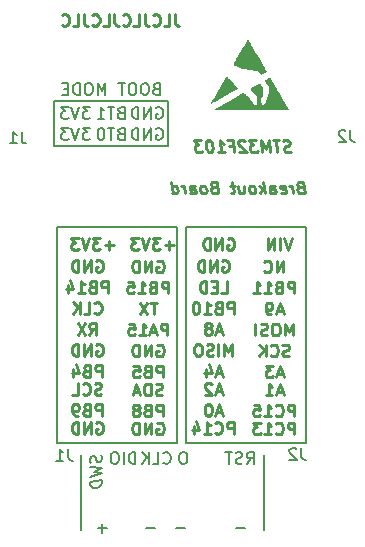
<source format=gbr>
G04 #@! TF.GenerationSoftware,KiCad,Pcbnew,(5.1.5)-3*
G04 #@! TF.CreationDate,2020-08-13T21:18:49+02:00*
G04 #@! TF.ProjectId,STM32 Dev.Board,53544d33-3220-4446-9576-2e426f617264,rev?*
G04 #@! TF.SameCoordinates,Original*
G04 #@! TF.FileFunction,Legend,Bot*
G04 #@! TF.FilePolarity,Positive*
%FSLAX46Y46*%
G04 Gerber Fmt 4.6, Leading zero omitted, Abs format (unit mm)*
G04 Created by KiCad (PCBNEW (5.1.5)-3) date 2020-08-13 21:18:49*
%MOMM*%
%LPD*%
G04 APERTURE LIST*
%ADD10C,0.200000*%
%ADD11C,0.250000*%
%ADD12C,0.010000*%
G04 APERTURE END LIST*
D10*
X154432000Y-134112000D02*
X154432000Y-134366000D01*
X154432000Y-134112000D02*
X154432000Y-128016000D01*
X138938000Y-134366000D02*
X138938000Y-128016000D01*
X157559333Y-127392180D02*
X157559333Y-128106466D01*
X157606952Y-128249323D01*
X157702190Y-128344561D01*
X157845047Y-128392180D01*
X157940285Y-128392180D01*
X157130761Y-127487419D02*
X157083142Y-127439800D01*
X156987904Y-127392180D01*
X156749809Y-127392180D01*
X156654571Y-127439800D01*
X156606952Y-127487419D01*
X156559333Y-127582657D01*
X156559333Y-127677895D01*
X156606952Y-127820752D01*
X157178380Y-128392180D01*
X156559333Y-128392180D01*
X137823533Y-127468380D02*
X137823533Y-128182666D01*
X137871152Y-128325523D01*
X137966390Y-128420761D01*
X138109247Y-128468380D01*
X138204485Y-128468380D01*
X136823533Y-128468380D02*
X137394961Y-128468380D01*
X137109247Y-128468380D02*
X137109247Y-127468380D01*
X137204485Y-127611238D01*
X137299723Y-127706476D01*
X137394961Y-127754095D01*
X161724933Y-100468180D02*
X161724933Y-101182466D01*
X161772552Y-101325323D01*
X161867790Y-101420561D01*
X162010647Y-101468180D01*
X162105885Y-101468180D01*
X161296361Y-100563419D02*
X161248742Y-100515800D01*
X161153504Y-100468180D01*
X160915409Y-100468180D01*
X160820171Y-100515800D01*
X160772552Y-100563419D01*
X160724933Y-100658657D01*
X160724933Y-100753895D01*
X160772552Y-100896752D01*
X161343980Y-101468180D01*
X160724933Y-101468180D01*
X133886533Y-100595180D02*
X133886533Y-101309466D01*
X133934152Y-101452323D01*
X134029390Y-101547561D01*
X134172247Y-101595180D01*
X134267485Y-101595180D01*
X132886533Y-101595180D02*
X133457961Y-101595180D01*
X133172247Y-101595180D02*
X133172247Y-100595180D01*
X133267485Y-100738038D01*
X133362723Y-100833276D01*
X133457961Y-100880895D01*
D11*
X146859047Y-90638380D02*
X146859047Y-91352666D01*
X146906666Y-91495523D01*
X147001904Y-91590761D01*
X147144761Y-91638380D01*
X147240000Y-91638380D01*
X145906666Y-91638380D02*
X146382857Y-91638380D01*
X146382857Y-90638380D01*
X145001904Y-91543142D02*
X145049523Y-91590761D01*
X145192380Y-91638380D01*
X145287619Y-91638380D01*
X145430476Y-91590761D01*
X145525714Y-91495523D01*
X145573333Y-91400285D01*
X145620952Y-91209809D01*
X145620952Y-91066952D01*
X145573333Y-90876476D01*
X145525714Y-90781238D01*
X145430476Y-90686000D01*
X145287619Y-90638380D01*
X145192380Y-90638380D01*
X145049523Y-90686000D01*
X145001904Y-90733619D01*
X144287619Y-90638380D02*
X144287619Y-91352666D01*
X144335238Y-91495523D01*
X144430476Y-91590761D01*
X144573333Y-91638380D01*
X144668571Y-91638380D01*
X143335238Y-91638380D02*
X143811428Y-91638380D01*
X143811428Y-90638380D01*
X142430476Y-91543142D02*
X142478095Y-91590761D01*
X142620952Y-91638380D01*
X142716190Y-91638380D01*
X142859047Y-91590761D01*
X142954285Y-91495523D01*
X143001904Y-91400285D01*
X143049523Y-91209809D01*
X143049523Y-91066952D01*
X143001904Y-90876476D01*
X142954285Y-90781238D01*
X142859047Y-90686000D01*
X142716190Y-90638380D01*
X142620952Y-90638380D01*
X142478095Y-90686000D01*
X142430476Y-90733619D01*
X141716190Y-90638380D02*
X141716190Y-91352666D01*
X141763809Y-91495523D01*
X141859047Y-91590761D01*
X142001904Y-91638380D01*
X142097142Y-91638380D01*
X140763809Y-91638380D02*
X141240000Y-91638380D01*
X141240000Y-90638380D01*
X139859047Y-91543142D02*
X139906666Y-91590761D01*
X140049523Y-91638380D01*
X140144761Y-91638380D01*
X140287619Y-91590761D01*
X140382857Y-91495523D01*
X140430476Y-91400285D01*
X140478095Y-91209809D01*
X140478095Y-91066952D01*
X140430476Y-90876476D01*
X140382857Y-90781238D01*
X140287619Y-90686000D01*
X140144761Y-90638380D01*
X140049523Y-90638380D01*
X139906666Y-90686000D01*
X139859047Y-90733619D01*
X139144761Y-90638380D02*
X139144761Y-91352666D01*
X139192380Y-91495523D01*
X139287619Y-91590761D01*
X139430476Y-91638380D01*
X139525714Y-91638380D01*
X138192380Y-91638380D02*
X138668571Y-91638380D01*
X138668571Y-90638380D01*
X137287619Y-91543142D02*
X137335238Y-91590761D01*
X137478095Y-91638380D01*
X137573333Y-91638380D01*
X137716190Y-91590761D01*
X137811428Y-91495523D01*
X137859047Y-91400285D01*
X137906666Y-91209809D01*
X137906666Y-91066952D01*
X137859047Y-90876476D01*
X137811428Y-90781238D01*
X137716190Y-90686000D01*
X137573333Y-90638380D01*
X137478095Y-90638380D01*
X137335238Y-90686000D01*
X137287619Y-90733619D01*
X156676729Y-102286761D02*
X156539824Y-102334380D01*
X156301729Y-102334380D01*
X156200538Y-102286761D01*
X156146967Y-102239142D01*
X156087443Y-102143904D01*
X156075538Y-102048666D01*
X156111252Y-101953428D01*
X156152919Y-101905809D01*
X156242205Y-101858190D01*
X156426729Y-101810571D01*
X156516014Y-101762952D01*
X156557681Y-101715333D01*
X156593395Y-101620095D01*
X156581491Y-101524857D01*
X156521967Y-101429619D01*
X156468395Y-101382000D01*
X156367205Y-101334380D01*
X156129110Y-101334380D01*
X155992205Y-101382000D01*
X155700538Y-101334380D02*
X155129110Y-101334380D01*
X155539824Y-102334380D02*
X155414824Y-101334380D01*
X154920776Y-102334380D02*
X154795776Y-101334380D01*
X154551729Y-102048666D01*
X154129110Y-101334380D01*
X154254110Y-102334380D01*
X153748157Y-101334380D02*
X153129110Y-101334380D01*
X153510062Y-101715333D01*
X153367205Y-101715333D01*
X153277919Y-101762952D01*
X153236252Y-101810571D01*
X153200538Y-101905809D01*
X153230300Y-102143904D01*
X153289824Y-102239142D01*
X153343395Y-102286761D01*
X153444586Y-102334380D01*
X153730300Y-102334380D01*
X153819586Y-102286761D01*
X153861252Y-102239142D01*
X152760062Y-101429619D02*
X152706491Y-101382000D01*
X152605300Y-101334380D01*
X152367205Y-101334380D01*
X152277919Y-101382000D01*
X152236252Y-101429619D01*
X152200538Y-101524857D01*
X152212443Y-101620095D01*
X152277919Y-101762952D01*
X152920776Y-102334380D01*
X152301729Y-102334380D01*
X151474348Y-101810571D02*
X151807681Y-101810571D01*
X151873157Y-102334380D02*
X151748157Y-101334380D01*
X151271967Y-101334380D01*
X150492205Y-102334380D02*
X151063633Y-102334380D01*
X150777919Y-102334380D02*
X150652919Y-101334380D01*
X150766014Y-101477238D01*
X150873157Y-101572476D01*
X150974348Y-101620095D01*
X149748157Y-101334380D02*
X149652919Y-101334380D01*
X149563633Y-101382000D01*
X149521967Y-101429619D01*
X149486252Y-101524857D01*
X149462443Y-101715333D01*
X149492205Y-101953428D01*
X149563633Y-102143904D01*
X149623157Y-102239142D01*
X149676729Y-102286761D01*
X149777919Y-102334380D01*
X149873157Y-102334380D01*
X149962443Y-102286761D01*
X150004110Y-102239142D01*
X150039824Y-102143904D01*
X150063633Y-101953428D01*
X150033872Y-101715333D01*
X149962443Y-101524857D01*
X149902919Y-101429619D01*
X149849348Y-101382000D01*
X149748157Y-101334380D01*
X149081491Y-101334380D02*
X148462443Y-101334380D01*
X148843395Y-101715333D01*
X148700538Y-101715333D01*
X148611252Y-101762952D01*
X148569586Y-101810571D01*
X148533872Y-101905809D01*
X148563633Y-102143904D01*
X148623157Y-102239142D01*
X148676729Y-102286761D01*
X148777919Y-102334380D01*
X149063633Y-102334380D01*
X149152919Y-102286761D01*
X149194586Y-102239142D01*
X157450538Y-105310571D02*
X157313633Y-105358190D01*
X157271967Y-105405809D01*
X157236252Y-105501047D01*
X157254110Y-105643904D01*
X157313633Y-105739142D01*
X157367205Y-105786761D01*
X157468395Y-105834380D01*
X157849348Y-105834380D01*
X157724348Y-104834380D01*
X157391014Y-104834380D01*
X157301729Y-104882000D01*
X157260062Y-104929619D01*
X157224348Y-105024857D01*
X157236252Y-105120095D01*
X157295776Y-105215333D01*
X157349348Y-105262952D01*
X157450538Y-105310571D01*
X157783872Y-105310571D01*
X156849348Y-105834380D02*
X156766014Y-105167714D01*
X156789824Y-105358190D02*
X156730300Y-105262952D01*
X156676729Y-105215333D01*
X156575538Y-105167714D01*
X156480300Y-105167714D01*
X155843395Y-105786761D02*
X155944586Y-105834380D01*
X156135062Y-105834380D01*
X156224348Y-105786761D01*
X156260062Y-105691523D01*
X156212443Y-105310571D01*
X156152919Y-105215333D01*
X156051729Y-105167714D01*
X155861252Y-105167714D01*
X155771967Y-105215333D01*
X155736252Y-105310571D01*
X155748157Y-105405809D01*
X156236252Y-105501047D01*
X154944586Y-105834380D02*
X154879110Y-105310571D01*
X154914824Y-105215333D01*
X155004110Y-105167714D01*
X155194586Y-105167714D01*
X155295776Y-105215333D01*
X154938633Y-105786761D02*
X155039824Y-105834380D01*
X155277919Y-105834380D01*
X155367205Y-105786761D01*
X155402919Y-105691523D01*
X155391014Y-105596285D01*
X155331491Y-105501047D01*
X155230300Y-105453428D01*
X154992205Y-105453428D01*
X154891014Y-105405809D01*
X154468395Y-105834380D02*
X154343395Y-104834380D01*
X154325538Y-105453428D02*
X154087443Y-105834380D01*
X154004110Y-105167714D02*
X154432681Y-105548666D01*
X153516014Y-105834380D02*
X153605300Y-105786761D01*
X153646967Y-105739142D01*
X153682681Y-105643904D01*
X153646967Y-105358190D01*
X153587443Y-105262952D01*
X153533872Y-105215333D01*
X153432681Y-105167714D01*
X153289824Y-105167714D01*
X153200538Y-105215333D01*
X153158872Y-105262952D01*
X153123157Y-105358190D01*
X153158872Y-105643904D01*
X153218395Y-105739142D01*
X153271967Y-105786761D01*
X153373157Y-105834380D01*
X153516014Y-105834380D01*
X152242205Y-105167714D02*
X152325538Y-105834380D01*
X152670776Y-105167714D02*
X152736252Y-105691523D01*
X152700538Y-105786761D01*
X152611252Y-105834380D01*
X152468395Y-105834380D01*
X152367205Y-105786761D01*
X152313633Y-105739142D01*
X151908872Y-105167714D02*
X151527919Y-105167714D01*
X151724348Y-104834380D02*
X151831491Y-105691523D01*
X151795776Y-105786761D01*
X151706491Y-105834380D01*
X151611252Y-105834380D01*
X150117205Y-105310571D02*
X149980300Y-105358190D01*
X149938633Y-105405809D01*
X149902919Y-105501047D01*
X149920776Y-105643904D01*
X149980300Y-105739142D01*
X150033872Y-105786761D01*
X150135062Y-105834380D01*
X150516014Y-105834380D01*
X150391014Y-104834380D01*
X150057681Y-104834380D01*
X149968395Y-104882000D01*
X149926729Y-104929619D01*
X149891014Y-105024857D01*
X149902919Y-105120095D01*
X149962443Y-105215333D01*
X150016014Y-105262952D01*
X150117205Y-105310571D01*
X150450538Y-105310571D01*
X149373157Y-105834380D02*
X149462443Y-105786761D01*
X149504110Y-105739142D01*
X149539824Y-105643904D01*
X149504110Y-105358190D01*
X149444586Y-105262952D01*
X149391014Y-105215333D01*
X149289824Y-105167714D01*
X149146967Y-105167714D01*
X149057681Y-105215333D01*
X149016014Y-105262952D01*
X148980300Y-105358190D01*
X149016014Y-105643904D01*
X149075538Y-105739142D01*
X149129110Y-105786761D01*
X149230300Y-105834380D01*
X149373157Y-105834380D01*
X148182681Y-105834380D02*
X148117205Y-105310571D01*
X148152919Y-105215333D01*
X148242205Y-105167714D01*
X148432681Y-105167714D01*
X148533872Y-105215333D01*
X148176729Y-105786761D02*
X148277919Y-105834380D01*
X148516014Y-105834380D01*
X148605300Y-105786761D01*
X148641014Y-105691523D01*
X148629110Y-105596285D01*
X148569586Y-105501047D01*
X148468395Y-105453428D01*
X148230300Y-105453428D01*
X148129110Y-105405809D01*
X147706491Y-105834380D02*
X147623157Y-105167714D01*
X147646967Y-105358190D02*
X147587443Y-105262952D01*
X147533872Y-105215333D01*
X147432681Y-105167714D01*
X147337443Y-105167714D01*
X146658872Y-105834380D02*
X146533872Y-104834380D01*
X146652919Y-105786761D02*
X146754110Y-105834380D01*
X146944586Y-105834380D01*
X147033872Y-105786761D01*
X147075538Y-105739142D01*
X147111252Y-105643904D01*
X147075538Y-105358190D01*
X147016014Y-105262952D01*
X146962443Y-105215333D01*
X146861252Y-105167714D01*
X146670776Y-105167714D01*
X146581491Y-105215333D01*
D10*
X140638161Y-127983161D02*
X140685780Y-128120066D01*
X140685780Y-128358161D01*
X140638161Y-128459352D01*
X140590542Y-128512923D01*
X140495304Y-128572447D01*
X140400066Y-128584352D01*
X140304828Y-128548638D01*
X140257209Y-128506971D01*
X140209590Y-128417685D01*
X140161971Y-128233161D01*
X140114352Y-128143876D01*
X140066733Y-128102209D01*
X139971495Y-128066495D01*
X139876257Y-128078400D01*
X139781019Y-128137923D01*
X139733400Y-128191495D01*
X139685780Y-128292685D01*
X139685780Y-128530780D01*
X139733400Y-128667685D01*
X139685780Y-129006971D02*
X140685780Y-129120066D01*
X139971495Y-129399828D01*
X140685780Y-129501019D01*
X139685780Y-129864114D01*
X140685780Y-130120066D02*
X139685780Y-130245066D01*
X139685780Y-130483161D01*
X139733400Y-130620066D01*
X139828638Y-130703400D01*
X139923876Y-130739114D01*
X140114352Y-130762923D01*
X140257209Y-130745066D01*
X140447685Y-130673638D01*
X140542923Y-130614114D01*
X140638161Y-130506971D01*
X140685780Y-130358161D01*
X140685780Y-130120066D01*
X136652000Y-98044000D02*
X136652000Y-101854000D01*
X136906000Y-98044000D02*
X136652000Y-98044000D01*
X139954000Y-98044000D02*
X136906000Y-98044000D01*
X146304000Y-98044000D02*
X139954000Y-98044000D01*
X146304000Y-101854000D02*
X146304000Y-98044000D01*
X136652000Y-101854000D02*
X146304000Y-101854000D01*
X142263714Y-100766571D02*
X142120857Y-100814190D01*
X142073238Y-100861809D01*
X142025619Y-100957047D01*
X142025619Y-101099904D01*
X142073238Y-101195142D01*
X142120857Y-101242761D01*
X142216095Y-101290380D01*
X142597047Y-101290380D01*
X142597047Y-100290380D01*
X142263714Y-100290380D01*
X142168476Y-100338000D01*
X142120857Y-100385619D01*
X142073238Y-100480857D01*
X142073238Y-100576095D01*
X142120857Y-100671333D01*
X142168476Y-100718952D01*
X142263714Y-100766571D01*
X142597047Y-100766571D01*
X141739904Y-100290380D02*
X141168476Y-100290380D01*
X141454190Y-101290380D02*
X141454190Y-100290380D01*
X140644666Y-100290380D02*
X140549428Y-100290380D01*
X140454190Y-100338000D01*
X140406571Y-100385619D01*
X140358952Y-100480857D01*
X140311333Y-100671333D01*
X140311333Y-100909428D01*
X140358952Y-101099904D01*
X140406571Y-101195142D01*
X140454190Y-101242761D01*
X140549428Y-101290380D01*
X140644666Y-101290380D01*
X140739904Y-101242761D01*
X140787523Y-101195142D01*
X140835142Y-101099904D01*
X140882761Y-100909428D01*
X140882761Y-100671333D01*
X140835142Y-100480857D01*
X140787523Y-100385619D01*
X140739904Y-100338000D01*
X140644666Y-100290380D01*
X142263714Y-98988571D02*
X142120857Y-99036190D01*
X142073238Y-99083809D01*
X142025619Y-99179047D01*
X142025619Y-99321904D01*
X142073238Y-99417142D01*
X142120857Y-99464761D01*
X142216095Y-99512380D01*
X142597047Y-99512380D01*
X142597047Y-98512380D01*
X142263714Y-98512380D01*
X142168476Y-98560000D01*
X142120857Y-98607619D01*
X142073238Y-98702857D01*
X142073238Y-98798095D01*
X142120857Y-98893333D01*
X142168476Y-98940952D01*
X142263714Y-98988571D01*
X142597047Y-98988571D01*
X141739904Y-98512380D02*
X141168476Y-98512380D01*
X141454190Y-99512380D02*
X141454190Y-98512380D01*
X140311333Y-99512380D02*
X140882761Y-99512380D01*
X140597047Y-99512380D02*
X140597047Y-98512380D01*
X140692285Y-98655238D01*
X140787523Y-98750476D01*
X140882761Y-98798095D01*
X145287904Y-98560000D02*
X145383142Y-98512380D01*
X145526000Y-98512380D01*
X145668857Y-98560000D01*
X145764095Y-98655238D01*
X145811714Y-98750476D01*
X145859333Y-98940952D01*
X145859333Y-99083809D01*
X145811714Y-99274285D01*
X145764095Y-99369523D01*
X145668857Y-99464761D01*
X145526000Y-99512380D01*
X145430761Y-99512380D01*
X145287904Y-99464761D01*
X145240285Y-99417142D01*
X145240285Y-99083809D01*
X145430761Y-99083809D01*
X144811714Y-99512380D02*
X144811714Y-98512380D01*
X144240285Y-99512380D01*
X144240285Y-98512380D01*
X143764095Y-99512380D02*
X143764095Y-98512380D01*
X143526000Y-98512380D01*
X143383142Y-98560000D01*
X143287904Y-98655238D01*
X143240285Y-98750476D01*
X143192666Y-98940952D01*
X143192666Y-99083809D01*
X143240285Y-99274285D01*
X143287904Y-99369523D01*
X143383142Y-99464761D01*
X143526000Y-99512380D01*
X143764095Y-99512380D01*
X145287904Y-100338000D02*
X145383142Y-100290380D01*
X145526000Y-100290380D01*
X145668857Y-100338000D01*
X145764095Y-100433238D01*
X145811714Y-100528476D01*
X145859333Y-100718952D01*
X145859333Y-100861809D01*
X145811714Y-101052285D01*
X145764095Y-101147523D01*
X145668857Y-101242761D01*
X145526000Y-101290380D01*
X145430761Y-101290380D01*
X145287904Y-101242761D01*
X145240285Y-101195142D01*
X145240285Y-100861809D01*
X145430761Y-100861809D01*
X144811714Y-101290380D02*
X144811714Y-100290380D01*
X144240285Y-101290380D01*
X144240285Y-100290380D01*
X143764095Y-101290380D02*
X143764095Y-100290380D01*
X143526000Y-100290380D01*
X143383142Y-100338000D01*
X143287904Y-100433238D01*
X143240285Y-100528476D01*
X143192666Y-100718952D01*
X143192666Y-100861809D01*
X143240285Y-101052285D01*
X143287904Y-101147523D01*
X143383142Y-101242761D01*
X143526000Y-101290380D01*
X143764095Y-101290380D01*
X139668095Y-98512380D02*
X139049047Y-98512380D01*
X139382380Y-98893333D01*
X139239523Y-98893333D01*
X139144285Y-98940952D01*
X139096666Y-98988571D01*
X139049047Y-99083809D01*
X139049047Y-99321904D01*
X139096666Y-99417142D01*
X139144285Y-99464761D01*
X139239523Y-99512380D01*
X139525238Y-99512380D01*
X139620476Y-99464761D01*
X139668095Y-99417142D01*
X138763333Y-98512380D02*
X138430000Y-99512380D01*
X138096666Y-98512380D01*
X137858571Y-98512380D02*
X137239523Y-98512380D01*
X137572857Y-98893333D01*
X137430000Y-98893333D01*
X137334761Y-98940952D01*
X137287142Y-98988571D01*
X137239523Y-99083809D01*
X137239523Y-99321904D01*
X137287142Y-99417142D01*
X137334761Y-99464761D01*
X137430000Y-99512380D01*
X137715714Y-99512380D01*
X137810952Y-99464761D01*
X137858571Y-99417142D01*
X139668095Y-100290380D02*
X139049047Y-100290380D01*
X139382380Y-100671333D01*
X139239523Y-100671333D01*
X139144285Y-100718952D01*
X139096666Y-100766571D01*
X139049047Y-100861809D01*
X139049047Y-101099904D01*
X139096666Y-101195142D01*
X139144285Y-101242761D01*
X139239523Y-101290380D01*
X139525238Y-101290380D01*
X139620476Y-101242761D01*
X139668095Y-101195142D01*
X138763333Y-100290380D02*
X138430000Y-101290380D01*
X138096666Y-100290380D01*
X137858571Y-100290380D02*
X137239523Y-100290380D01*
X137572857Y-100671333D01*
X137430000Y-100671333D01*
X137334761Y-100718952D01*
X137287142Y-100766571D01*
X137239523Y-100861809D01*
X137239523Y-101099904D01*
X137287142Y-101195142D01*
X137334761Y-101242761D01*
X137430000Y-101290380D01*
X137715714Y-101290380D01*
X137810952Y-101242761D01*
X137858571Y-101195142D01*
X145263714Y-96956571D02*
X145120857Y-97004190D01*
X145073238Y-97051809D01*
X145025619Y-97147047D01*
X145025619Y-97289904D01*
X145073238Y-97385142D01*
X145120857Y-97432761D01*
X145216095Y-97480380D01*
X145597047Y-97480380D01*
X145597047Y-96480380D01*
X145263714Y-96480380D01*
X145168476Y-96528000D01*
X145120857Y-96575619D01*
X145073238Y-96670857D01*
X145073238Y-96766095D01*
X145120857Y-96861333D01*
X145168476Y-96908952D01*
X145263714Y-96956571D01*
X145597047Y-96956571D01*
X144406571Y-96480380D02*
X144216095Y-96480380D01*
X144120857Y-96528000D01*
X144025619Y-96623238D01*
X143978000Y-96813714D01*
X143978000Y-97147047D01*
X144025619Y-97337523D01*
X144120857Y-97432761D01*
X144216095Y-97480380D01*
X144406571Y-97480380D01*
X144501809Y-97432761D01*
X144597047Y-97337523D01*
X144644666Y-97147047D01*
X144644666Y-96813714D01*
X144597047Y-96623238D01*
X144501809Y-96528000D01*
X144406571Y-96480380D01*
X143358952Y-96480380D02*
X143168476Y-96480380D01*
X143073238Y-96528000D01*
X142978000Y-96623238D01*
X142930380Y-96813714D01*
X142930380Y-97147047D01*
X142978000Y-97337523D01*
X143073238Y-97432761D01*
X143168476Y-97480380D01*
X143358952Y-97480380D01*
X143454190Y-97432761D01*
X143549428Y-97337523D01*
X143597047Y-97147047D01*
X143597047Y-96813714D01*
X143549428Y-96623238D01*
X143454190Y-96528000D01*
X143358952Y-96480380D01*
X142644666Y-96480380D02*
X142073238Y-96480380D01*
X142358952Y-97480380D02*
X142358952Y-96480380D01*
X140978000Y-97480380D02*
X140978000Y-96480380D01*
X140644666Y-97194666D01*
X140311333Y-96480380D01*
X140311333Y-97480380D01*
X139644666Y-96480380D02*
X139454190Y-96480380D01*
X139358952Y-96528000D01*
X139263714Y-96623238D01*
X139216095Y-96813714D01*
X139216095Y-97147047D01*
X139263714Y-97337523D01*
X139358952Y-97432761D01*
X139454190Y-97480380D01*
X139644666Y-97480380D01*
X139739904Y-97432761D01*
X139835142Y-97337523D01*
X139882761Y-97147047D01*
X139882761Y-96813714D01*
X139835142Y-96623238D01*
X139739904Y-96528000D01*
X139644666Y-96480380D01*
X138787523Y-97480380D02*
X138787523Y-96480380D01*
X138549428Y-96480380D01*
X138406571Y-96528000D01*
X138311333Y-96623238D01*
X138263714Y-96718476D01*
X138216095Y-96908952D01*
X138216095Y-97051809D01*
X138263714Y-97242285D01*
X138311333Y-97337523D01*
X138406571Y-97432761D01*
X138549428Y-97480380D01*
X138787523Y-97480380D01*
X137787523Y-96956571D02*
X137454190Y-96956571D01*
X137311333Y-97480380D02*
X137787523Y-97480380D01*
X137787523Y-96480380D01*
X137311333Y-96480380D01*
X152780952Y-134183428D02*
X152019047Y-134183428D01*
X147700952Y-134183428D02*
X146939047Y-134183428D01*
X145160952Y-134183428D02*
X144399047Y-134183428D01*
X141096952Y-134183428D02*
X140335047Y-134183428D01*
X140716000Y-134564380D02*
X140716000Y-133802476D01*
X152947619Y-128722380D02*
X153280952Y-128246190D01*
X153519047Y-128722380D02*
X153519047Y-127722380D01*
X153138095Y-127722380D01*
X153042857Y-127770000D01*
X152995238Y-127817619D01*
X152947619Y-127912857D01*
X152947619Y-128055714D01*
X152995238Y-128150952D01*
X153042857Y-128198571D01*
X153138095Y-128246190D01*
X153519047Y-128246190D01*
X152566666Y-128674761D02*
X152423809Y-128722380D01*
X152185714Y-128722380D01*
X152090476Y-128674761D01*
X152042857Y-128627142D01*
X151995238Y-128531904D01*
X151995238Y-128436666D01*
X152042857Y-128341428D01*
X152090476Y-128293809D01*
X152185714Y-128246190D01*
X152376190Y-128198571D01*
X152471428Y-128150952D01*
X152519047Y-128103333D01*
X152566666Y-128008095D01*
X152566666Y-127912857D01*
X152519047Y-127817619D01*
X152471428Y-127770000D01*
X152376190Y-127722380D01*
X152138095Y-127722380D01*
X151995238Y-127770000D01*
X151709523Y-127722380D02*
X151138095Y-127722380D01*
X151423809Y-128722380D02*
X151423809Y-127722380D01*
X147669238Y-127722380D02*
X147478761Y-127722380D01*
X147383523Y-127770000D01*
X147288285Y-127865238D01*
X147240666Y-128055714D01*
X147240666Y-128389047D01*
X147288285Y-128579523D01*
X147383523Y-128674761D01*
X147478761Y-128722380D01*
X147669238Y-128722380D01*
X147764476Y-128674761D01*
X147859714Y-128579523D01*
X147907333Y-128389047D01*
X147907333Y-128055714D01*
X147859714Y-127865238D01*
X147764476Y-127770000D01*
X147669238Y-127722380D01*
X145883238Y-128627142D02*
X145930857Y-128674761D01*
X146073714Y-128722380D01*
X146168952Y-128722380D01*
X146311809Y-128674761D01*
X146407047Y-128579523D01*
X146454666Y-128484285D01*
X146502285Y-128293809D01*
X146502285Y-128150952D01*
X146454666Y-127960476D01*
X146407047Y-127865238D01*
X146311809Y-127770000D01*
X146168952Y-127722380D01*
X146073714Y-127722380D01*
X145930857Y-127770000D01*
X145883238Y-127817619D01*
X144978476Y-128722380D02*
X145454666Y-128722380D01*
X145454666Y-127722380D01*
X144645142Y-128722380D02*
X144645142Y-127722380D01*
X144073714Y-128722380D02*
X144502285Y-128150952D01*
X144073714Y-127722380D02*
X144645142Y-128293809D01*
X143517809Y-128722380D02*
X143517809Y-127722380D01*
X143279714Y-127722380D01*
X143136857Y-127770000D01*
X143041619Y-127865238D01*
X142994000Y-127960476D01*
X142946380Y-128150952D01*
X142946380Y-128293809D01*
X142994000Y-128484285D01*
X143041619Y-128579523D01*
X143136857Y-128674761D01*
X143279714Y-128722380D01*
X143517809Y-128722380D01*
X142517809Y-128722380D02*
X142517809Y-127722380D01*
X141851142Y-127722380D02*
X141660666Y-127722380D01*
X141565428Y-127770000D01*
X141470190Y-127865238D01*
X141422571Y-128055714D01*
X141422571Y-128389047D01*
X141470190Y-128579523D01*
X141565428Y-128674761D01*
X141660666Y-128722380D01*
X141851142Y-128722380D01*
X141946380Y-128674761D01*
X142041619Y-128579523D01*
X142089238Y-128389047D01*
X142089238Y-128055714D01*
X142041619Y-127865238D01*
X141946380Y-127770000D01*
X141851142Y-127722380D01*
X157988000Y-108712000D02*
X147828000Y-108712000D01*
X157480000Y-127000000D02*
X157988000Y-127000000D01*
X157988000Y-108966000D02*
X157988000Y-108712000D01*
X157988000Y-118618000D02*
X157988000Y-108966000D01*
X147828000Y-116078000D02*
X147828000Y-127000000D01*
X157988000Y-127000000D02*
X157988000Y-118618000D01*
X147828000Y-127000000D02*
X157480000Y-127000000D01*
X147828000Y-108712000D02*
X147828000Y-116078000D01*
D11*
X151333104Y-109659800D02*
X151428342Y-109612180D01*
X151571200Y-109612180D01*
X151714057Y-109659800D01*
X151809295Y-109755038D01*
X151856914Y-109850276D01*
X151904533Y-110040752D01*
X151904533Y-110183609D01*
X151856914Y-110374085D01*
X151809295Y-110469323D01*
X151714057Y-110564561D01*
X151571200Y-110612180D01*
X151475961Y-110612180D01*
X151333104Y-110564561D01*
X151285485Y-110516942D01*
X151285485Y-110183609D01*
X151475961Y-110183609D01*
X150856914Y-110612180D02*
X150856914Y-109612180D01*
X150285485Y-110612180D01*
X150285485Y-109612180D01*
X149809295Y-110612180D02*
X149809295Y-109612180D01*
X149571200Y-109612180D01*
X149428342Y-109659800D01*
X149333104Y-109755038D01*
X149285485Y-109850276D01*
X149237866Y-110040752D01*
X149237866Y-110183609D01*
X149285485Y-110374085D01*
X149333104Y-110469323D01*
X149428342Y-110564561D01*
X149571200Y-110612180D01*
X149809295Y-110612180D01*
X156746438Y-109612180D02*
X156413104Y-110612180D01*
X156079771Y-109612180D01*
X155746438Y-110612180D02*
X155746438Y-109612180D01*
X155270247Y-110612180D02*
X155270247Y-109612180D01*
X154698819Y-110612180D01*
X154698819Y-109612180D01*
X155963635Y-122651152D02*
X155487445Y-122651152D01*
X156058873Y-122936866D02*
X155725540Y-121936866D01*
X155392207Y-122936866D01*
X154535064Y-122936866D02*
X155106492Y-122936866D01*
X154820778Y-122936866D02*
X154820778Y-121936866D01*
X154916016Y-122079724D01*
X155011254Y-122174962D01*
X155106492Y-122222581D01*
X151685428Y-119578380D02*
X151685428Y-118578380D01*
X151352095Y-119292666D01*
X151018761Y-118578380D01*
X151018761Y-119578380D01*
X150542571Y-119578380D02*
X150542571Y-118578380D01*
X150114000Y-119530761D02*
X149971142Y-119578380D01*
X149733047Y-119578380D01*
X149637809Y-119530761D01*
X149590190Y-119483142D01*
X149542571Y-119387904D01*
X149542571Y-119292666D01*
X149590190Y-119197428D01*
X149637809Y-119149809D01*
X149733047Y-119102190D01*
X149923523Y-119054571D01*
X150018761Y-119006952D01*
X150066380Y-118959333D01*
X150114000Y-118864095D01*
X150114000Y-118768857D01*
X150066380Y-118673619D01*
X150018761Y-118626000D01*
X149923523Y-118578380D01*
X149685428Y-118578380D01*
X149542571Y-118626000D01*
X148923523Y-118578380D02*
X148733047Y-118578380D01*
X148637809Y-118626000D01*
X148542571Y-118721238D01*
X148494952Y-118911714D01*
X148494952Y-119245047D01*
X148542571Y-119435523D01*
X148637809Y-119530761D01*
X148733047Y-119578380D01*
X148923523Y-119578380D01*
X149018761Y-119530761D01*
X149114000Y-119435523D01*
X149161619Y-119245047D01*
X149161619Y-118911714D01*
X149114000Y-118721238D01*
X149018761Y-118626000D01*
X148923523Y-118578380D01*
X150828285Y-121070666D02*
X150352095Y-121070666D01*
X150923523Y-121356380D02*
X150590190Y-120356380D01*
X150256857Y-121356380D01*
X149494952Y-120689714D02*
X149494952Y-121356380D01*
X149733047Y-120308761D02*
X149971142Y-121023047D01*
X149352095Y-121023047D01*
X150756857Y-114244380D02*
X151233047Y-114244380D01*
X151233047Y-113244380D01*
X150423523Y-113720571D02*
X150090190Y-113720571D01*
X149947333Y-114244380D02*
X150423523Y-114244380D01*
X150423523Y-113244380D01*
X149947333Y-113244380D01*
X149518761Y-114244380D02*
X149518761Y-113244380D01*
X149280666Y-113244380D01*
X149137809Y-113292000D01*
X149042571Y-113387238D01*
X148994952Y-113482476D01*
X148947333Y-113672952D01*
X148947333Y-113815809D01*
X148994952Y-114006285D01*
X149042571Y-114101523D01*
X149137809Y-114196761D01*
X149280666Y-114244380D01*
X149518761Y-114244380D01*
X156820778Y-117856866D02*
X156820778Y-116856866D01*
X156487445Y-117571152D01*
X156154111Y-116856866D01*
X156154111Y-117856866D01*
X155487445Y-116856866D02*
X155296969Y-116856866D01*
X155201730Y-116904486D01*
X155106492Y-116999724D01*
X155058873Y-117190200D01*
X155058873Y-117523533D01*
X155106492Y-117714009D01*
X155201730Y-117809247D01*
X155296969Y-117856866D01*
X155487445Y-117856866D01*
X155582683Y-117809247D01*
X155677921Y-117714009D01*
X155725540Y-117523533D01*
X155725540Y-117190200D01*
X155677921Y-116999724D01*
X155582683Y-116904486D01*
X155487445Y-116856866D01*
X154677921Y-117809247D02*
X154535064Y-117856866D01*
X154296969Y-117856866D01*
X154201730Y-117809247D01*
X154154111Y-117761628D01*
X154106492Y-117666390D01*
X154106492Y-117571152D01*
X154154111Y-117475914D01*
X154201730Y-117428295D01*
X154296969Y-117380676D01*
X154487445Y-117333057D01*
X154582683Y-117285438D01*
X154630302Y-117237819D01*
X154677921Y-117142581D01*
X154677921Y-117047343D01*
X154630302Y-116952105D01*
X154582683Y-116904486D01*
X154487445Y-116856866D01*
X154249350Y-116856866D01*
X154106492Y-116904486D01*
X153677921Y-117856866D02*
X153677921Y-116856866D01*
X150828285Y-124372666D02*
X150352095Y-124372666D01*
X150923523Y-124658380D02*
X150590190Y-123658380D01*
X150256857Y-124658380D01*
X149733047Y-123658380D02*
X149637809Y-123658380D01*
X149542571Y-123706000D01*
X149494952Y-123753619D01*
X149447333Y-123848857D01*
X149399714Y-124039333D01*
X149399714Y-124277428D01*
X149447333Y-124467904D01*
X149494952Y-124563142D01*
X149542571Y-124610761D01*
X149637809Y-124658380D01*
X149733047Y-124658380D01*
X149828285Y-124610761D01*
X149875904Y-124563142D01*
X149923523Y-124467904D01*
X149971142Y-124277428D01*
X149971142Y-124039333D01*
X149923523Y-123848857D01*
X149875904Y-123753619D01*
X149828285Y-123706000D01*
X149733047Y-123658380D01*
X151828285Y-116022380D02*
X151828285Y-115022380D01*
X151447333Y-115022380D01*
X151352095Y-115070000D01*
X151304476Y-115117619D01*
X151256857Y-115212857D01*
X151256857Y-115355714D01*
X151304476Y-115450952D01*
X151352095Y-115498571D01*
X151447333Y-115546190D01*
X151828285Y-115546190D01*
X150494952Y-115498571D02*
X150352095Y-115546190D01*
X150304476Y-115593809D01*
X150256857Y-115689047D01*
X150256857Y-115831904D01*
X150304476Y-115927142D01*
X150352095Y-115974761D01*
X150447333Y-116022380D01*
X150828285Y-116022380D01*
X150828285Y-115022380D01*
X150494952Y-115022380D01*
X150399714Y-115070000D01*
X150352095Y-115117619D01*
X150304476Y-115212857D01*
X150304476Y-115308095D01*
X150352095Y-115403333D01*
X150399714Y-115450952D01*
X150494952Y-115498571D01*
X150828285Y-115498571D01*
X149304476Y-116022380D02*
X149875904Y-116022380D01*
X149590190Y-116022380D02*
X149590190Y-115022380D01*
X149685428Y-115165238D01*
X149780666Y-115260476D01*
X149875904Y-115308095D01*
X148685428Y-115022380D02*
X148590190Y-115022380D01*
X148494952Y-115070000D01*
X148447333Y-115117619D01*
X148399714Y-115212857D01*
X148352095Y-115403333D01*
X148352095Y-115641428D01*
X148399714Y-115831904D01*
X148447333Y-115927142D01*
X148494952Y-115974761D01*
X148590190Y-116022380D01*
X148685428Y-116022380D01*
X148780666Y-115974761D01*
X148828285Y-115927142D01*
X148875904Y-115831904D01*
X148923523Y-115641428D01*
X148923523Y-115403333D01*
X148875904Y-115212857D01*
X148828285Y-115117619D01*
X148780666Y-115070000D01*
X148685428Y-115022380D01*
X156963635Y-124714866D02*
X156963635Y-123714866D01*
X156582683Y-123714866D01*
X156487445Y-123762486D01*
X156439826Y-123810105D01*
X156392207Y-123905343D01*
X156392207Y-124048200D01*
X156439826Y-124143438D01*
X156487445Y-124191057D01*
X156582683Y-124238676D01*
X156963635Y-124238676D01*
X155392207Y-124619628D02*
X155439826Y-124667247D01*
X155582683Y-124714866D01*
X155677921Y-124714866D01*
X155820778Y-124667247D01*
X155916016Y-124572009D01*
X155963635Y-124476771D01*
X156011254Y-124286295D01*
X156011254Y-124143438D01*
X155963635Y-123952962D01*
X155916016Y-123857724D01*
X155820778Y-123762486D01*
X155677921Y-123714866D01*
X155582683Y-123714866D01*
X155439826Y-123762486D01*
X155392207Y-123810105D01*
X154439826Y-124714866D02*
X155011254Y-124714866D01*
X154725540Y-124714866D02*
X154725540Y-123714866D01*
X154820778Y-123857724D01*
X154916016Y-123952962D01*
X155011254Y-124000581D01*
X153535064Y-123714866D02*
X154011254Y-123714866D01*
X154058873Y-124191057D01*
X154011254Y-124143438D01*
X153916016Y-124095819D01*
X153677921Y-124095819D01*
X153582683Y-124143438D01*
X153535064Y-124191057D01*
X153487445Y-124286295D01*
X153487445Y-124524390D01*
X153535064Y-124619628D01*
X153582683Y-124667247D01*
X153677921Y-124714866D01*
X153916016Y-124714866D01*
X154011254Y-124667247D01*
X154058873Y-124619628D01*
X150828285Y-122594666D02*
X150352095Y-122594666D01*
X150923523Y-122880380D02*
X150590190Y-121880380D01*
X150256857Y-122880380D01*
X149971142Y-121975619D02*
X149923523Y-121928000D01*
X149828285Y-121880380D01*
X149590190Y-121880380D01*
X149494952Y-121928000D01*
X149447333Y-121975619D01*
X149399714Y-122070857D01*
X149399714Y-122166095D01*
X149447333Y-122308952D01*
X150018761Y-122880380D01*
X149399714Y-122880380D01*
X156963635Y-126238866D02*
X156963635Y-125238866D01*
X156582683Y-125238866D01*
X156487445Y-125286486D01*
X156439826Y-125334105D01*
X156392207Y-125429343D01*
X156392207Y-125572200D01*
X156439826Y-125667438D01*
X156487445Y-125715057D01*
X156582683Y-125762676D01*
X156963635Y-125762676D01*
X155392207Y-126143628D02*
X155439826Y-126191247D01*
X155582683Y-126238866D01*
X155677921Y-126238866D01*
X155820778Y-126191247D01*
X155916016Y-126096009D01*
X155963635Y-126000771D01*
X156011254Y-125810295D01*
X156011254Y-125667438D01*
X155963635Y-125476962D01*
X155916016Y-125381724D01*
X155820778Y-125286486D01*
X155677921Y-125238866D01*
X155582683Y-125238866D01*
X155439826Y-125286486D01*
X155392207Y-125334105D01*
X154439826Y-126238866D02*
X155011254Y-126238866D01*
X154725540Y-126238866D02*
X154725540Y-125238866D01*
X154820778Y-125381724D01*
X154916016Y-125476962D01*
X155011254Y-125524581D01*
X154106492Y-125238866D02*
X153487445Y-125238866D01*
X153820778Y-125619819D01*
X153677921Y-125619819D01*
X153582683Y-125667438D01*
X153535064Y-125715057D01*
X153487445Y-125810295D01*
X153487445Y-126048390D01*
X153535064Y-126143628D01*
X153582683Y-126191247D01*
X153677921Y-126238866D01*
X153963635Y-126238866D01*
X154058873Y-126191247D01*
X154106492Y-126143628D01*
X156535064Y-119587247D02*
X156392207Y-119634866D01*
X156154111Y-119634866D01*
X156058873Y-119587247D01*
X156011254Y-119539628D01*
X155963635Y-119444390D01*
X155963635Y-119349152D01*
X156011254Y-119253914D01*
X156058873Y-119206295D01*
X156154111Y-119158676D01*
X156344588Y-119111057D01*
X156439826Y-119063438D01*
X156487445Y-119015819D01*
X156535064Y-118920581D01*
X156535064Y-118825343D01*
X156487445Y-118730105D01*
X156439826Y-118682486D01*
X156344588Y-118634866D01*
X156106492Y-118634866D01*
X155963635Y-118682486D01*
X154963635Y-119539628D02*
X155011254Y-119587247D01*
X155154111Y-119634866D01*
X155249350Y-119634866D01*
X155392207Y-119587247D01*
X155487445Y-119492009D01*
X155535064Y-119396771D01*
X155582683Y-119206295D01*
X155582683Y-119063438D01*
X155535064Y-118872962D01*
X155487445Y-118777724D01*
X155392207Y-118682486D01*
X155249350Y-118634866D01*
X155154111Y-118634866D01*
X155011254Y-118682486D01*
X154963635Y-118730105D01*
X154535064Y-119634866D02*
X154535064Y-118634866D01*
X153963635Y-119634866D02*
X154392207Y-119063438D01*
X153963635Y-118634866D02*
X154535064Y-119206295D01*
X150828285Y-117514666D02*
X150352095Y-117514666D01*
X150923523Y-117800380D02*
X150590190Y-116800380D01*
X150256857Y-117800380D01*
X149780666Y-117228952D02*
X149875904Y-117181333D01*
X149923523Y-117133714D01*
X149971142Y-117038476D01*
X149971142Y-116990857D01*
X149923523Y-116895619D01*
X149875904Y-116848000D01*
X149780666Y-116800380D01*
X149590190Y-116800380D01*
X149494952Y-116848000D01*
X149447333Y-116895619D01*
X149399714Y-116990857D01*
X149399714Y-117038476D01*
X149447333Y-117133714D01*
X149494952Y-117181333D01*
X149590190Y-117228952D01*
X149780666Y-117228952D01*
X149875904Y-117276571D01*
X149923523Y-117324190D01*
X149971142Y-117419428D01*
X149971142Y-117609904D01*
X149923523Y-117705142D01*
X149875904Y-117752761D01*
X149780666Y-117800380D01*
X149590190Y-117800380D01*
X149494952Y-117752761D01*
X149447333Y-117705142D01*
X149399714Y-117609904D01*
X149399714Y-117419428D01*
X149447333Y-117324190D01*
X149494952Y-117276571D01*
X149590190Y-117228952D01*
X151828285Y-126182380D02*
X151828285Y-125182380D01*
X151447333Y-125182380D01*
X151352095Y-125230000D01*
X151304476Y-125277619D01*
X151256857Y-125372857D01*
X151256857Y-125515714D01*
X151304476Y-125610952D01*
X151352095Y-125658571D01*
X151447333Y-125706190D01*
X151828285Y-125706190D01*
X150256857Y-126087142D02*
X150304476Y-126134761D01*
X150447333Y-126182380D01*
X150542571Y-126182380D01*
X150685428Y-126134761D01*
X150780666Y-126039523D01*
X150828285Y-125944285D01*
X150875904Y-125753809D01*
X150875904Y-125610952D01*
X150828285Y-125420476D01*
X150780666Y-125325238D01*
X150685428Y-125230000D01*
X150542571Y-125182380D01*
X150447333Y-125182380D01*
X150304476Y-125230000D01*
X150256857Y-125277619D01*
X149304476Y-126182380D02*
X149875904Y-126182380D01*
X149590190Y-126182380D02*
X149590190Y-125182380D01*
X149685428Y-125325238D01*
X149780666Y-125420476D01*
X149875904Y-125468095D01*
X148447333Y-125515714D02*
X148447333Y-126182380D01*
X148685428Y-125134761D02*
X148923523Y-125849047D01*
X148304476Y-125849047D01*
X156963635Y-114300866D02*
X156963635Y-113300866D01*
X156582683Y-113300866D01*
X156487445Y-113348486D01*
X156439826Y-113396105D01*
X156392207Y-113491343D01*
X156392207Y-113634200D01*
X156439826Y-113729438D01*
X156487445Y-113777057D01*
X156582683Y-113824676D01*
X156963635Y-113824676D01*
X155630302Y-113777057D02*
X155487445Y-113824676D01*
X155439826Y-113872295D01*
X155392207Y-113967533D01*
X155392207Y-114110390D01*
X155439826Y-114205628D01*
X155487445Y-114253247D01*
X155582683Y-114300866D01*
X155963635Y-114300866D01*
X155963635Y-113300866D01*
X155630302Y-113300866D01*
X155535064Y-113348486D01*
X155487445Y-113396105D01*
X155439826Y-113491343D01*
X155439826Y-113586581D01*
X155487445Y-113681819D01*
X155535064Y-113729438D01*
X155630302Y-113777057D01*
X155963635Y-113777057D01*
X154439826Y-114300866D02*
X155011254Y-114300866D01*
X154725540Y-114300866D02*
X154725540Y-113300866D01*
X154820778Y-113443724D01*
X154916016Y-113538962D01*
X155011254Y-113586581D01*
X153487445Y-114300866D02*
X154058873Y-114300866D01*
X153773159Y-114300866D02*
X153773159Y-113300866D01*
X153868397Y-113443724D01*
X153963635Y-113538962D01*
X154058873Y-113586581D01*
X155963635Y-115793152D02*
X155487445Y-115793152D01*
X156058873Y-116078866D02*
X155725540Y-115078866D01*
X155392207Y-116078866D01*
X155011254Y-116078866D02*
X154820778Y-116078866D01*
X154725540Y-116031247D01*
X154677921Y-115983628D01*
X154582683Y-115840771D01*
X154535064Y-115650295D01*
X154535064Y-115269343D01*
X154582683Y-115174105D01*
X154630302Y-115126486D01*
X154725540Y-115078866D01*
X154916016Y-115078866D01*
X155011254Y-115126486D01*
X155058873Y-115174105D01*
X155106492Y-115269343D01*
X155106492Y-115507438D01*
X155058873Y-115602676D01*
X155011254Y-115650295D01*
X154916016Y-115697914D01*
X154725540Y-115697914D01*
X154630302Y-115650295D01*
X154582683Y-115602676D01*
X154535064Y-115507438D01*
X155963635Y-121127152D02*
X155487445Y-121127152D01*
X156058873Y-121412866D02*
X155725540Y-120412866D01*
X155392207Y-121412866D01*
X155154111Y-120412866D02*
X154535064Y-120412866D01*
X154868397Y-120793819D01*
X154725540Y-120793819D01*
X154630302Y-120841438D01*
X154582683Y-120889057D01*
X154535064Y-120984295D01*
X154535064Y-121222390D01*
X154582683Y-121317628D01*
X154630302Y-121365247D01*
X154725540Y-121412866D01*
X155011254Y-121412866D01*
X155106492Y-121365247D01*
X155154111Y-121317628D01*
X150875904Y-111514000D02*
X150971142Y-111466380D01*
X151114000Y-111466380D01*
X151256857Y-111514000D01*
X151352095Y-111609238D01*
X151399714Y-111704476D01*
X151447333Y-111894952D01*
X151447333Y-112037809D01*
X151399714Y-112228285D01*
X151352095Y-112323523D01*
X151256857Y-112418761D01*
X151114000Y-112466380D01*
X151018761Y-112466380D01*
X150875904Y-112418761D01*
X150828285Y-112371142D01*
X150828285Y-112037809D01*
X151018761Y-112037809D01*
X150399714Y-112466380D02*
X150399714Y-111466380D01*
X149828285Y-112466380D01*
X149828285Y-111466380D01*
X149352095Y-112466380D02*
X149352095Y-111466380D01*
X149114000Y-111466380D01*
X148971142Y-111514000D01*
X148875904Y-111609238D01*
X148828285Y-111704476D01*
X148780666Y-111894952D01*
X148780666Y-112037809D01*
X148828285Y-112228285D01*
X148875904Y-112323523D01*
X148971142Y-112418761D01*
X149114000Y-112466380D01*
X149352095Y-112466380D01*
X156035064Y-112522866D02*
X156035064Y-111522866D01*
X155463635Y-112522866D01*
X155463635Y-111522866D01*
X154416016Y-112427628D02*
X154463635Y-112475247D01*
X154606492Y-112522866D01*
X154701730Y-112522866D01*
X154844588Y-112475247D01*
X154939826Y-112380009D01*
X154987445Y-112284771D01*
X155035064Y-112094295D01*
X155035064Y-111951438D01*
X154987445Y-111760962D01*
X154939826Y-111665724D01*
X154844588Y-111570486D01*
X154701730Y-111522866D01*
X154606492Y-111522866D01*
X154463635Y-111570486D01*
X154416016Y-111618105D01*
D10*
X136906000Y-116078000D02*
X136906000Y-127000000D01*
X147066000Y-108712000D02*
X136906000Y-108712000D01*
X147066000Y-108966000D02*
X147066000Y-108712000D01*
X147066000Y-118618000D02*
X147066000Y-108966000D01*
X147066000Y-127000000D02*
X147066000Y-118618000D01*
X146812000Y-127000000D02*
X147066000Y-127000000D01*
X136906000Y-127000000D02*
X146812000Y-127000000D01*
X136906000Y-108712000D02*
X136906000Y-116078000D01*
D11*
X140207904Y-118626000D02*
X140303142Y-118578380D01*
X140446000Y-118578380D01*
X140588857Y-118626000D01*
X140684095Y-118721238D01*
X140731714Y-118816476D01*
X140779333Y-119006952D01*
X140779333Y-119149809D01*
X140731714Y-119340285D01*
X140684095Y-119435523D01*
X140588857Y-119530761D01*
X140446000Y-119578380D01*
X140350761Y-119578380D01*
X140207904Y-119530761D01*
X140160285Y-119483142D01*
X140160285Y-119149809D01*
X140350761Y-119149809D01*
X139731714Y-119578380D02*
X139731714Y-118578380D01*
X139160285Y-119578380D01*
X139160285Y-118578380D01*
X138684095Y-119578380D02*
X138684095Y-118578380D01*
X138446000Y-118578380D01*
X138303142Y-118626000D01*
X138207904Y-118721238D01*
X138160285Y-118816476D01*
X138112666Y-119006952D01*
X138112666Y-119149809D01*
X138160285Y-119340285D01*
X138207904Y-119435523D01*
X138303142Y-119530761D01*
X138446000Y-119578380D01*
X138684095Y-119578380D01*
X140207904Y-125230000D02*
X140303142Y-125182380D01*
X140446000Y-125182380D01*
X140588857Y-125230000D01*
X140684095Y-125325238D01*
X140731714Y-125420476D01*
X140779333Y-125610952D01*
X140779333Y-125753809D01*
X140731714Y-125944285D01*
X140684095Y-126039523D01*
X140588857Y-126134761D01*
X140446000Y-126182380D01*
X140350761Y-126182380D01*
X140207904Y-126134761D01*
X140160285Y-126087142D01*
X140160285Y-125753809D01*
X140350761Y-125753809D01*
X139731714Y-126182380D02*
X139731714Y-125182380D01*
X139160285Y-126182380D01*
X139160285Y-125182380D01*
X138684095Y-126182380D02*
X138684095Y-125182380D01*
X138446000Y-125182380D01*
X138303142Y-125230000D01*
X138207904Y-125325238D01*
X138160285Y-125420476D01*
X138112666Y-125610952D01*
X138112666Y-125753809D01*
X138160285Y-125944285D01*
X138207904Y-126039523D01*
X138303142Y-126134761D01*
X138446000Y-126182380D01*
X138684095Y-126182380D01*
X145343254Y-125286486D02*
X145438492Y-125238866D01*
X145581350Y-125238866D01*
X145724207Y-125286486D01*
X145819445Y-125381724D01*
X145867064Y-125476962D01*
X145914683Y-125667438D01*
X145914683Y-125810295D01*
X145867064Y-126000771D01*
X145819445Y-126096009D01*
X145724207Y-126191247D01*
X145581350Y-126238866D01*
X145486111Y-126238866D01*
X145343254Y-126191247D01*
X145295635Y-126143628D01*
X145295635Y-125810295D01*
X145486111Y-125810295D01*
X144867064Y-126238866D02*
X144867064Y-125238866D01*
X144295635Y-126238866D01*
X144295635Y-125238866D01*
X143819445Y-126238866D02*
X143819445Y-125238866D01*
X143581350Y-125238866D01*
X143438492Y-125286486D01*
X143343254Y-125381724D01*
X143295635Y-125476962D01*
X143248016Y-125667438D01*
X143248016Y-125810295D01*
X143295635Y-126000771D01*
X143343254Y-126096009D01*
X143438492Y-126191247D01*
X143581350Y-126238866D01*
X143819445Y-126238866D01*
X140684095Y-124658380D02*
X140684095Y-123658380D01*
X140303142Y-123658380D01*
X140207904Y-123706000D01*
X140160285Y-123753619D01*
X140112666Y-123848857D01*
X140112666Y-123991714D01*
X140160285Y-124086952D01*
X140207904Y-124134571D01*
X140303142Y-124182190D01*
X140684095Y-124182190D01*
X139350761Y-124134571D02*
X139207904Y-124182190D01*
X139160285Y-124229809D01*
X139112666Y-124325047D01*
X139112666Y-124467904D01*
X139160285Y-124563142D01*
X139207904Y-124610761D01*
X139303142Y-124658380D01*
X139684095Y-124658380D01*
X139684095Y-123658380D01*
X139350761Y-123658380D01*
X139255523Y-123706000D01*
X139207904Y-123753619D01*
X139160285Y-123848857D01*
X139160285Y-123944095D01*
X139207904Y-124039333D01*
X139255523Y-124086952D01*
X139350761Y-124134571D01*
X139684095Y-124134571D01*
X138636476Y-124658380D02*
X138446000Y-124658380D01*
X138350761Y-124610761D01*
X138303142Y-124563142D01*
X138207904Y-124420285D01*
X138160285Y-124229809D01*
X138160285Y-123848857D01*
X138207904Y-123753619D01*
X138255523Y-123706000D01*
X138350761Y-123658380D01*
X138541238Y-123658380D01*
X138636476Y-123706000D01*
X138684095Y-123753619D01*
X138731714Y-123848857D01*
X138731714Y-124086952D01*
X138684095Y-124182190D01*
X138636476Y-124229809D01*
X138541238Y-124277428D01*
X138350761Y-124277428D01*
X138255523Y-124229809D01*
X138207904Y-124182190D01*
X138160285Y-124086952D01*
X145819445Y-124714866D02*
X145819445Y-123714866D01*
X145438492Y-123714866D01*
X145343254Y-123762486D01*
X145295635Y-123810105D01*
X145248016Y-123905343D01*
X145248016Y-124048200D01*
X145295635Y-124143438D01*
X145343254Y-124191057D01*
X145438492Y-124238676D01*
X145819445Y-124238676D01*
X144486111Y-124191057D02*
X144343254Y-124238676D01*
X144295635Y-124286295D01*
X144248016Y-124381533D01*
X144248016Y-124524390D01*
X144295635Y-124619628D01*
X144343254Y-124667247D01*
X144438492Y-124714866D01*
X144819445Y-124714866D01*
X144819445Y-123714866D01*
X144486111Y-123714866D01*
X144390873Y-123762486D01*
X144343254Y-123810105D01*
X144295635Y-123905343D01*
X144295635Y-124000581D01*
X144343254Y-124095819D01*
X144390873Y-124143438D01*
X144486111Y-124191057D01*
X144819445Y-124191057D01*
X143676588Y-124143438D02*
X143771826Y-124095819D01*
X143819445Y-124048200D01*
X143867064Y-123952962D01*
X143867064Y-123905343D01*
X143819445Y-123810105D01*
X143771826Y-123762486D01*
X143676588Y-123714866D01*
X143486111Y-123714866D01*
X143390873Y-123762486D01*
X143343254Y-123810105D01*
X143295635Y-123905343D01*
X143295635Y-123952962D01*
X143343254Y-124048200D01*
X143390873Y-124095819D01*
X143486111Y-124143438D01*
X143676588Y-124143438D01*
X143771826Y-124191057D01*
X143819445Y-124238676D01*
X143867064Y-124333914D01*
X143867064Y-124524390D01*
X143819445Y-124619628D01*
X143771826Y-124667247D01*
X143676588Y-124714866D01*
X143486111Y-124714866D01*
X143390873Y-124667247D01*
X143343254Y-124619628D01*
X143295635Y-124524390D01*
X143295635Y-124333914D01*
X143343254Y-124238676D01*
X143390873Y-124191057D01*
X143486111Y-124143438D01*
X140636476Y-122832761D02*
X140493619Y-122880380D01*
X140255523Y-122880380D01*
X140160285Y-122832761D01*
X140112666Y-122785142D01*
X140065047Y-122689904D01*
X140065047Y-122594666D01*
X140112666Y-122499428D01*
X140160285Y-122451809D01*
X140255523Y-122404190D01*
X140446000Y-122356571D01*
X140541238Y-122308952D01*
X140588857Y-122261333D01*
X140636476Y-122166095D01*
X140636476Y-122070857D01*
X140588857Y-121975619D01*
X140541238Y-121928000D01*
X140446000Y-121880380D01*
X140207904Y-121880380D01*
X140065047Y-121928000D01*
X139065047Y-122785142D02*
X139112666Y-122832761D01*
X139255523Y-122880380D01*
X139350761Y-122880380D01*
X139493619Y-122832761D01*
X139588857Y-122737523D01*
X139636476Y-122642285D01*
X139684095Y-122451809D01*
X139684095Y-122308952D01*
X139636476Y-122118476D01*
X139588857Y-122023238D01*
X139493619Y-121928000D01*
X139350761Y-121880380D01*
X139255523Y-121880380D01*
X139112666Y-121928000D01*
X139065047Y-121975619D01*
X138160285Y-122880380D02*
X138636476Y-122880380D01*
X138636476Y-121880380D01*
X145795635Y-122889247D02*
X145652778Y-122936866D01*
X145414683Y-122936866D01*
X145319445Y-122889247D01*
X145271826Y-122841628D01*
X145224207Y-122746390D01*
X145224207Y-122651152D01*
X145271826Y-122555914D01*
X145319445Y-122508295D01*
X145414683Y-122460676D01*
X145605159Y-122413057D01*
X145700397Y-122365438D01*
X145748016Y-122317819D01*
X145795635Y-122222581D01*
X145795635Y-122127343D01*
X145748016Y-122032105D01*
X145700397Y-121984486D01*
X145605159Y-121936866D01*
X145367064Y-121936866D01*
X145224207Y-121984486D01*
X144795635Y-122936866D02*
X144795635Y-121936866D01*
X144557540Y-121936866D01*
X144414683Y-121984486D01*
X144319445Y-122079724D01*
X144271826Y-122174962D01*
X144224207Y-122365438D01*
X144224207Y-122508295D01*
X144271826Y-122698771D01*
X144319445Y-122794009D01*
X144414683Y-122889247D01*
X144557540Y-122936866D01*
X144795635Y-122936866D01*
X143843254Y-122651152D02*
X143367064Y-122651152D01*
X143938492Y-122936866D02*
X143605159Y-121936866D01*
X143271826Y-122936866D01*
X140684095Y-121356380D02*
X140684095Y-120356380D01*
X140303142Y-120356380D01*
X140207904Y-120404000D01*
X140160285Y-120451619D01*
X140112666Y-120546857D01*
X140112666Y-120689714D01*
X140160285Y-120784952D01*
X140207904Y-120832571D01*
X140303142Y-120880190D01*
X140684095Y-120880190D01*
X139350761Y-120832571D02*
X139207904Y-120880190D01*
X139160285Y-120927809D01*
X139112666Y-121023047D01*
X139112666Y-121165904D01*
X139160285Y-121261142D01*
X139207904Y-121308761D01*
X139303142Y-121356380D01*
X139684095Y-121356380D01*
X139684095Y-120356380D01*
X139350761Y-120356380D01*
X139255523Y-120404000D01*
X139207904Y-120451619D01*
X139160285Y-120546857D01*
X139160285Y-120642095D01*
X139207904Y-120737333D01*
X139255523Y-120784952D01*
X139350761Y-120832571D01*
X139684095Y-120832571D01*
X138255523Y-120689714D02*
X138255523Y-121356380D01*
X138493619Y-120308761D02*
X138731714Y-121023047D01*
X138112666Y-121023047D01*
X145819445Y-121412866D02*
X145819445Y-120412866D01*
X145438492Y-120412866D01*
X145343254Y-120460486D01*
X145295635Y-120508105D01*
X145248016Y-120603343D01*
X145248016Y-120746200D01*
X145295635Y-120841438D01*
X145343254Y-120889057D01*
X145438492Y-120936676D01*
X145819445Y-120936676D01*
X144486111Y-120889057D02*
X144343254Y-120936676D01*
X144295635Y-120984295D01*
X144248016Y-121079533D01*
X144248016Y-121222390D01*
X144295635Y-121317628D01*
X144343254Y-121365247D01*
X144438492Y-121412866D01*
X144819445Y-121412866D01*
X144819445Y-120412866D01*
X144486111Y-120412866D01*
X144390873Y-120460486D01*
X144343254Y-120508105D01*
X144295635Y-120603343D01*
X144295635Y-120698581D01*
X144343254Y-120793819D01*
X144390873Y-120841438D01*
X144486111Y-120889057D01*
X144819445Y-120889057D01*
X143343254Y-120412866D02*
X143819445Y-120412866D01*
X143867064Y-120889057D01*
X143819445Y-120841438D01*
X143724207Y-120793819D01*
X143486111Y-120793819D01*
X143390873Y-120841438D01*
X143343254Y-120889057D01*
X143295635Y-120984295D01*
X143295635Y-121222390D01*
X143343254Y-121317628D01*
X143390873Y-121365247D01*
X143486111Y-121412866D01*
X143724207Y-121412866D01*
X143819445Y-121365247D01*
X143867064Y-121317628D01*
X145343254Y-118682486D02*
X145438492Y-118634866D01*
X145581350Y-118634866D01*
X145724207Y-118682486D01*
X145819445Y-118777724D01*
X145867064Y-118872962D01*
X145914683Y-119063438D01*
X145914683Y-119206295D01*
X145867064Y-119396771D01*
X145819445Y-119492009D01*
X145724207Y-119587247D01*
X145581350Y-119634866D01*
X145486111Y-119634866D01*
X145343254Y-119587247D01*
X145295635Y-119539628D01*
X145295635Y-119206295D01*
X145486111Y-119206295D01*
X144867064Y-119634866D02*
X144867064Y-118634866D01*
X144295635Y-119634866D01*
X144295635Y-118634866D01*
X143819445Y-119634866D02*
X143819445Y-118634866D01*
X143581350Y-118634866D01*
X143438492Y-118682486D01*
X143343254Y-118777724D01*
X143295635Y-118872962D01*
X143248016Y-119063438D01*
X143248016Y-119206295D01*
X143295635Y-119396771D01*
X143343254Y-119492009D01*
X143438492Y-119587247D01*
X143581350Y-119634866D01*
X143819445Y-119634866D01*
X139612666Y-117800380D02*
X139946000Y-117324190D01*
X140184095Y-117800380D02*
X140184095Y-116800380D01*
X139803142Y-116800380D01*
X139707904Y-116848000D01*
X139660285Y-116895619D01*
X139612666Y-116990857D01*
X139612666Y-117133714D01*
X139660285Y-117228952D01*
X139707904Y-117276571D01*
X139803142Y-117324190D01*
X140184095Y-117324190D01*
X139279333Y-116800380D02*
X138612666Y-117800380D01*
X138612666Y-116800380D02*
X139279333Y-117800380D01*
X146224207Y-117856866D02*
X146224207Y-116856866D01*
X145843254Y-116856866D01*
X145748016Y-116904486D01*
X145700397Y-116952105D01*
X145652778Y-117047343D01*
X145652778Y-117190200D01*
X145700397Y-117285438D01*
X145748016Y-117333057D01*
X145843254Y-117380676D01*
X146224207Y-117380676D01*
X145271826Y-117571152D02*
X144795635Y-117571152D01*
X145367064Y-117856866D02*
X145033730Y-116856866D01*
X144700397Y-117856866D01*
X143843254Y-117856866D02*
X144414683Y-117856866D01*
X144128969Y-117856866D02*
X144128969Y-116856866D01*
X144224207Y-116999724D01*
X144319445Y-117094962D01*
X144414683Y-117142581D01*
X142938492Y-116856866D02*
X143414683Y-116856866D01*
X143462302Y-117333057D01*
X143414683Y-117285438D01*
X143319445Y-117237819D01*
X143081350Y-117237819D01*
X142986111Y-117285438D01*
X142938492Y-117333057D01*
X142890873Y-117428295D01*
X142890873Y-117666390D01*
X142938492Y-117761628D01*
X142986111Y-117809247D01*
X143081350Y-117856866D01*
X143319445Y-117856866D01*
X143414683Y-117809247D01*
X143462302Y-117761628D01*
X140041238Y-115927142D02*
X140088857Y-115974761D01*
X140231714Y-116022380D01*
X140326952Y-116022380D01*
X140469809Y-115974761D01*
X140565047Y-115879523D01*
X140612666Y-115784285D01*
X140660285Y-115593809D01*
X140660285Y-115450952D01*
X140612666Y-115260476D01*
X140565047Y-115165238D01*
X140469809Y-115070000D01*
X140326952Y-115022380D01*
X140231714Y-115022380D01*
X140088857Y-115070000D01*
X140041238Y-115117619D01*
X139136476Y-116022380D02*
X139612666Y-116022380D01*
X139612666Y-115022380D01*
X138803142Y-116022380D02*
X138803142Y-115022380D01*
X138231714Y-116022380D02*
X138660285Y-115450952D01*
X138231714Y-115022380D02*
X138803142Y-115593809D01*
X145343254Y-115078866D02*
X144771826Y-115078866D01*
X145057540Y-116078866D02*
X145057540Y-115078866D01*
X144533730Y-115078866D02*
X143867064Y-116078866D01*
X143867064Y-115078866D02*
X144533730Y-116078866D01*
X141160285Y-114244380D02*
X141160285Y-113244380D01*
X140779333Y-113244380D01*
X140684095Y-113292000D01*
X140636476Y-113339619D01*
X140588857Y-113434857D01*
X140588857Y-113577714D01*
X140636476Y-113672952D01*
X140684095Y-113720571D01*
X140779333Y-113768190D01*
X141160285Y-113768190D01*
X139826952Y-113720571D02*
X139684095Y-113768190D01*
X139636476Y-113815809D01*
X139588857Y-113911047D01*
X139588857Y-114053904D01*
X139636476Y-114149142D01*
X139684095Y-114196761D01*
X139779333Y-114244380D01*
X140160285Y-114244380D01*
X140160285Y-113244380D01*
X139826952Y-113244380D01*
X139731714Y-113292000D01*
X139684095Y-113339619D01*
X139636476Y-113434857D01*
X139636476Y-113530095D01*
X139684095Y-113625333D01*
X139731714Y-113672952D01*
X139826952Y-113720571D01*
X140160285Y-113720571D01*
X138636476Y-114244380D02*
X139207904Y-114244380D01*
X138922190Y-114244380D02*
X138922190Y-113244380D01*
X139017428Y-113387238D01*
X139112666Y-113482476D01*
X139207904Y-113530095D01*
X137779333Y-113577714D02*
X137779333Y-114244380D01*
X138017428Y-113196761D02*
X138255523Y-113911047D01*
X137636476Y-113911047D01*
X146295635Y-114300866D02*
X146295635Y-113300866D01*
X145914683Y-113300866D01*
X145819445Y-113348486D01*
X145771826Y-113396105D01*
X145724207Y-113491343D01*
X145724207Y-113634200D01*
X145771826Y-113729438D01*
X145819445Y-113777057D01*
X145914683Y-113824676D01*
X146295635Y-113824676D01*
X144962302Y-113777057D02*
X144819445Y-113824676D01*
X144771826Y-113872295D01*
X144724207Y-113967533D01*
X144724207Y-114110390D01*
X144771826Y-114205628D01*
X144819445Y-114253247D01*
X144914683Y-114300866D01*
X145295635Y-114300866D01*
X145295635Y-113300866D01*
X144962302Y-113300866D01*
X144867064Y-113348486D01*
X144819445Y-113396105D01*
X144771826Y-113491343D01*
X144771826Y-113586581D01*
X144819445Y-113681819D01*
X144867064Y-113729438D01*
X144962302Y-113777057D01*
X145295635Y-113777057D01*
X143771826Y-114300866D02*
X144343254Y-114300866D01*
X144057540Y-114300866D02*
X144057540Y-113300866D01*
X144152778Y-113443724D01*
X144248016Y-113538962D01*
X144343254Y-113586581D01*
X142867064Y-113300866D02*
X143343254Y-113300866D01*
X143390873Y-113777057D01*
X143343254Y-113729438D01*
X143248016Y-113681819D01*
X143009921Y-113681819D01*
X142914683Y-113729438D01*
X142867064Y-113777057D01*
X142819445Y-113872295D01*
X142819445Y-114110390D01*
X142867064Y-114205628D01*
X142914683Y-114253247D01*
X143009921Y-114300866D01*
X143248016Y-114300866D01*
X143343254Y-114253247D01*
X143390873Y-114205628D01*
X145343254Y-111570486D02*
X145438492Y-111522866D01*
X145581350Y-111522866D01*
X145724207Y-111570486D01*
X145819445Y-111665724D01*
X145867064Y-111760962D01*
X145914683Y-111951438D01*
X145914683Y-112094295D01*
X145867064Y-112284771D01*
X145819445Y-112380009D01*
X145724207Y-112475247D01*
X145581350Y-112522866D01*
X145486111Y-112522866D01*
X145343254Y-112475247D01*
X145295635Y-112427628D01*
X145295635Y-112094295D01*
X145486111Y-112094295D01*
X144867064Y-112522866D02*
X144867064Y-111522866D01*
X144295635Y-112522866D01*
X144295635Y-111522866D01*
X143819445Y-112522866D02*
X143819445Y-111522866D01*
X143581350Y-111522866D01*
X143438492Y-111570486D01*
X143343254Y-111665724D01*
X143295635Y-111760962D01*
X143248016Y-111951438D01*
X143248016Y-112094295D01*
X143295635Y-112284771D01*
X143343254Y-112380009D01*
X143438492Y-112475247D01*
X143581350Y-112522866D01*
X143819445Y-112522866D01*
X140207904Y-111514000D02*
X140303142Y-111466380D01*
X140446000Y-111466380D01*
X140588857Y-111514000D01*
X140684095Y-111609238D01*
X140731714Y-111704476D01*
X140779333Y-111894952D01*
X140779333Y-112037809D01*
X140731714Y-112228285D01*
X140684095Y-112323523D01*
X140588857Y-112418761D01*
X140446000Y-112466380D01*
X140350761Y-112466380D01*
X140207904Y-112418761D01*
X140160285Y-112371142D01*
X140160285Y-112037809D01*
X140350761Y-112037809D01*
X139731714Y-112466380D02*
X139731714Y-111466380D01*
X139160285Y-112466380D01*
X139160285Y-111466380D01*
X138684095Y-112466380D02*
X138684095Y-111466380D01*
X138446000Y-111466380D01*
X138303142Y-111514000D01*
X138207904Y-111609238D01*
X138160285Y-111704476D01*
X138112666Y-111894952D01*
X138112666Y-112037809D01*
X138160285Y-112228285D01*
X138207904Y-112323523D01*
X138303142Y-112418761D01*
X138446000Y-112466380D01*
X138684095Y-112466380D01*
X146745104Y-110231228D02*
X145983200Y-110231228D01*
X146364152Y-110612180D02*
X146364152Y-109850276D01*
X145602247Y-109612180D02*
X144983200Y-109612180D01*
X145316533Y-109993133D01*
X145173676Y-109993133D01*
X145078438Y-110040752D01*
X145030819Y-110088371D01*
X144983200Y-110183609D01*
X144983200Y-110421704D01*
X145030819Y-110516942D01*
X145078438Y-110564561D01*
X145173676Y-110612180D01*
X145459390Y-110612180D01*
X145554628Y-110564561D01*
X145602247Y-110516942D01*
X144697485Y-109612180D02*
X144364152Y-110612180D01*
X144030819Y-109612180D01*
X143792723Y-109612180D02*
X143173676Y-109612180D01*
X143507009Y-109993133D01*
X143364152Y-109993133D01*
X143268914Y-110040752D01*
X143221295Y-110088371D01*
X143173676Y-110183609D01*
X143173676Y-110421704D01*
X143221295Y-110516942D01*
X143268914Y-110564561D01*
X143364152Y-110612180D01*
X143649866Y-110612180D01*
X143745104Y-110564561D01*
X143792723Y-110516942D01*
X141665104Y-110231228D02*
X140903200Y-110231228D01*
X141284152Y-110612180D02*
X141284152Y-109850276D01*
X140522247Y-109612180D02*
X139903200Y-109612180D01*
X140236533Y-109993133D01*
X140093676Y-109993133D01*
X139998438Y-110040752D01*
X139950819Y-110088371D01*
X139903200Y-110183609D01*
X139903200Y-110421704D01*
X139950819Y-110516942D01*
X139998438Y-110564561D01*
X140093676Y-110612180D01*
X140379390Y-110612180D01*
X140474628Y-110564561D01*
X140522247Y-110516942D01*
X139617485Y-109612180D02*
X139284152Y-110612180D01*
X138950819Y-109612180D01*
X138712723Y-109612180D02*
X138093676Y-109612180D01*
X138427009Y-109993133D01*
X138284152Y-109993133D01*
X138188914Y-110040752D01*
X138141295Y-110088371D01*
X138093676Y-110183609D01*
X138093676Y-110421704D01*
X138141295Y-110516942D01*
X138188914Y-110564561D01*
X138284152Y-110612180D01*
X138569866Y-110612180D01*
X138665104Y-110564561D01*
X138712723Y-110516942D01*
D12*
G36*
X152997957Y-92843835D02*
G01*
X152974935Y-92881245D01*
X152939466Y-92940514D01*
X152893004Y-93019118D01*
X152837004Y-93114538D01*
X152772919Y-93224250D01*
X152702204Y-93345734D01*
X152626313Y-93476468D01*
X152546701Y-93613930D01*
X152464822Y-93755598D01*
X152382130Y-93898951D01*
X152300079Y-94041467D01*
X152220124Y-94180624D01*
X152143719Y-94313901D01*
X152072318Y-94438776D01*
X152007376Y-94552727D01*
X151950347Y-94653233D01*
X151902685Y-94737772D01*
X151865845Y-94803822D01*
X151841280Y-94848862D01*
X151830446Y-94870370D01*
X151830049Y-94871714D01*
X151843499Y-94889965D01*
X151880886Y-94917882D01*
X151937765Y-94952725D01*
X152009688Y-94991754D01*
X152084985Y-95028843D01*
X152187440Y-95073817D01*
X152295183Y-95114226D01*
X152411927Y-95150969D01*
X152541382Y-95184942D01*
X152687260Y-95217044D01*
X152853274Y-95248173D01*
X153043134Y-95279227D01*
X153239531Y-95308145D01*
X153410166Y-95333800D01*
X153553455Y-95359198D01*
X153672992Y-95385602D01*
X153772370Y-95414273D01*
X153855182Y-95446473D01*
X153925022Y-95483465D01*
X153985482Y-95526512D01*
X154040155Y-95576875D01*
X154057786Y-95595583D01*
X154096000Y-95639139D01*
X154124268Y-95674682D01*
X154137382Y-95695583D01*
X154137732Y-95697297D01*
X154142320Y-95707806D01*
X154158242Y-95707924D01*
X154188734Y-95696254D01*
X154237032Y-95671396D01*
X154306373Y-95631952D01*
X154354561Y-95603587D01*
X154426417Y-95559247D01*
X154482258Y-95521279D01*
X154518333Y-95492416D01*
X154530887Y-95475388D01*
X154530879Y-95475264D01*
X154523094Y-95459037D01*
X154501108Y-95418400D01*
X154466197Y-95355567D01*
X154419637Y-95272752D01*
X154362705Y-95172172D01*
X154296677Y-95056040D01*
X154222828Y-94926571D01*
X154142436Y-94785980D01*
X154056776Y-94636482D01*
X153967124Y-94480292D01*
X153874757Y-94319624D01*
X153780951Y-94156693D01*
X153686982Y-93993713D01*
X153594126Y-93832900D01*
X153503660Y-93676468D01*
X153416859Y-93526633D01*
X153335000Y-93385608D01*
X153259359Y-93255609D01*
X153191213Y-93138849D01*
X153131837Y-93037545D01*
X153082507Y-92953911D01*
X153044500Y-92890162D01*
X153019093Y-92848511D01*
X153007560Y-92831175D01*
X153007077Y-92830805D01*
X152997957Y-92843835D01*
G37*
X152997957Y-92843835D02*
X152974935Y-92881245D01*
X152939466Y-92940514D01*
X152893004Y-93019118D01*
X152837004Y-93114538D01*
X152772919Y-93224250D01*
X152702204Y-93345734D01*
X152626313Y-93476468D01*
X152546701Y-93613930D01*
X152464822Y-93755598D01*
X152382130Y-93898951D01*
X152300079Y-94041467D01*
X152220124Y-94180624D01*
X152143719Y-94313901D01*
X152072318Y-94438776D01*
X152007376Y-94552727D01*
X151950347Y-94653233D01*
X151902685Y-94737772D01*
X151865845Y-94803822D01*
X151841280Y-94848862D01*
X151830446Y-94870370D01*
X151830049Y-94871714D01*
X151843499Y-94889965D01*
X151880886Y-94917882D01*
X151937765Y-94952725D01*
X152009688Y-94991754D01*
X152084985Y-95028843D01*
X152187440Y-95073817D01*
X152295183Y-95114226D01*
X152411927Y-95150969D01*
X152541382Y-95184942D01*
X152687260Y-95217044D01*
X152853274Y-95248173D01*
X153043134Y-95279227D01*
X153239531Y-95308145D01*
X153410166Y-95333800D01*
X153553455Y-95359198D01*
X153672992Y-95385602D01*
X153772370Y-95414273D01*
X153855182Y-95446473D01*
X153925022Y-95483465D01*
X153985482Y-95526512D01*
X154040155Y-95576875D01*
X154057786Y-95595583D01*
X154096000Y-95639139D01*
X154124268Y-95674682D01*
X154137382Y-95695583D01*
X154137732Y-95697297D01*
X154142320Y-95707806D01*
X154158242Y-95707924D01*
X154188734Y-95696254D01*
X154237032Y-95671396D01*
X154306373Y-95631952D01*
X154354561Y-95603587D01*
X154426417Y-95559247D01*
X154482258Y-95521279D01*
X154518333Y-95492416D01*
X154530887Y-95475388D01*
X154530879Y-95475264D01*
X154523094Y-95459037D01*
X154501108Y-95418400D01*
X154466197Y-95355567D01*
X154419637Y-95272752D01*
X154362705Y-95172172D01*
X154296677Y-95056040D01*
X154222828Y-94926571D01*
X154142436Y-94785980D01*
X154056776Y-94636482D01*
X153967124Y-94480292D01*
X153874757Y-94319624D01*
X153780951Y-94156693D01*
X153686982Y-93993713D01*
X153594126Y-93832900D01*
X153503660Y-93676468D01*
X153416859Y-93526633D01*
X153335000Y-93385608D01*
X153259359Y-93255609D01*
X153191213Y-93138849D01*
X153131837Y-93037545D01*
X153082507Y-92953911D01*
X153044500Y-92890162D01*
X153019093Y-92848511D01*
X153007560Y-92831175D01*
X153007077Y-92830805D01*
X152997957Y-92843835D01*
G36*
X151174472Y-95992619D02*
G01*
X151163092Y-96011693D01*
X151137512Y-96055421D01*
X151098998Y-96121619D01*
X151048814Y-96208102D01*
X150988225Y-96312685D01*
X150918497Y-96433183D01*
X150840893Y-96567412D01*
X150756680Y-96713187D01*
X150667121Y-96868323D01*
X150575002Y-97028000D01*
X150480924Y-97191117D01*
X150390598Y-97347709D01*
X150305335Y-97495506D01*
X150226443Y-97632240D01*
X150155231Y-97755642D01*
X150093009Y-97863444D01*
X150041087Y-97953377D01*
X150000772Y-98023173D01*
X149973376Y-98070564D01*
X149960493Y-98092786D01*
X149939493Y-98130330D01*
X149928075Y-98153831D01*
X149927449Y-98157920D01*
X149941364Y-98150242D01*
X149980059Y-98128203D01*
X150041513Y-98092971D01*
X150123702Y-98045711D01*
X150224604Y-97987589D01*
X150342195Y-97919771D01*
X150474454Y-97843424D01*
X150619358Y-97759714D01*
X150774883Y-97669806D01*
X150939008Y-97574867D01*
X151001451Y-97538732D01*
X151168513Y-97442083D01*
X151327926Y-97349938D01*
X151477645Y-97263475D01*
X151615624Y-97183871D01*
X151739815Y-97112305D01*
X151848173Y-97049955D01*
X151938652Y-96997998D01*
X152009204Y-96957613D01*
X152057785Y-96929978D01*
X152082346Y-96916272D01*
X152084915Y-96914974D01*
X152077431Y-96903220D01*
X152051386Y-96871795D01*
X152009441Y-96823594D01*
X151954254Y-96761510D01*
X151888483Y-96688439D01*
X151814788Y-96607276D01*
X151735827Y-96520916D01*
X151654260Y-96432253D01*
X151572746Y-96344182D01*
X151493943Y-96259599D01*
X151420510Y-96181397D01*
X151355107Y-96112472D01*
X151300392Y-96055719D01*
X151259023Y-96014032D01*
X151244836Y-96000363D01*
X151197820Y-95956201D01*
X151174472Y-95992619D01*
G37*
X151174472Y-95992619D02*
X151163092Y-96011693D01*
X151137512Y-96055421D01*
X151098998Y-96121619D01*
X151048814Y-96208102D01*
X150988225Y-96312685D01*
X150918497Y-96433183D01*
X150840893Y-96567412D01*
X150756680Y-96713187D01*
X150667121Y-96868323D01*
X150575002Y-97028000D01*
X150480924Y-97191117D01*
X150390598Y-97347709D01*
X150305335Y-97495506D01*
X150226443Y-97632240D01*
X150155231Y-97755642D01*
X150093009Y-97863444D01*
X150041087Y-97953377D01*
X150000772Y-98023173D01*
X149973376Y-98070564D01*
X149960493Y-98092786D01*
X149939493Y-98130330D01*
X149928075Y-98153831D01*
X149927449Y-98157920D01*
X149941364Y-98150242D01*
X149980059Y-98128203D01*
X150041513Y-98092971D01*
X150123702Y-98045711D01*
X150224604Y-97987589D01*
X150342195Y-97919771D01*
X150474454Y-97843424D01*
X150619358Y-97759714D01*
X150774883Y-97669806D01*
X150939008Y-97574867D01*
X151001451Y-97538732D01*
X151168513Y-97442083D01*
X151327926Y-97349938D01*
X151477645Y-97263475D01*
X151615624Y-97183871D01*
X151739815Y-97112305D01*
X151848173Y-97049955D01*
X151938652Y-96997998D01*
X152009204Y-96957613D01*
X152057785Y-96929978D01*
X152082346Y-96916272D01*
X152084915Y-96914974D01*
X152077431Y-96903220D01*
X152051386Y-96871795D01*
X152009441Y-96823594D01*
X151954254Y-96761510D01*
X151888483Y-96688439D01*
X151814788Y-96607276D01*
X151735827Y-96520916D01*
X151654260Y-96432253D01*
X151572746Y-96344182D01*
X151493943Y-96259599D01*
X151420510Y-96181397D01*
X151355107Y-96112472D01*
X151300392Y-96055719D01*
X151259023Y-96014032D01*
X151244836Y-96000363D01*
X151197820Y-95956201D01*
X151174472Y-95992619D01*
G36*
X154839906Y-96049158D02*
G01*
X154807381Y-96061736D01*
X154757807Y-96086712D01*
X154686626Y-96125876D01*
X154681084Y-96128988D01*
X154615526Y-96166476D01*
X154560202Y-96199319D01*
X154520545Y-96224205D01*
X154501988Y-96237820D01*
X154501469Y-96238487D01*
X154505952Y-96257390D01*
X154526514Y-96299605D01*
X154561817Y-96362832D01*
X154610520Y-96444772D01*
X154671282Y-96543122D01*
X154742764Y-96655585D01*
X154760555Y-96683165D01*
X154806907Y-96759699D01*
X154840658Y-96825556D01*
X154858847Y-96874782D01*
X154860714Y-96884507D01*
X154859885Y-96927312D01*
X154850606Y-96995209D01*
X154834032Y-97083843D01*
X154811320Y-97188859D01*
X154783627Y-97305902D01*
X154752110Y-97430616D01*
X154717925Y-97558645D01*
X154682229Y-97685634D01*
X154646179Y-97807228D01*
X154610932Y-97919072D01*
X154577644Y-98016810D01*
X154547472Y-98096087D01*
X154526439Y-98143122D01*
X154501663Y-98193225D01*
X154478270Y-98241168D01*
X154477003Y-98243793D01*
X154438301Y-98292220D01*
X154381816Y-98324828D01*
X154316061Y-98340454D01*
X154249549Y-98337937D01*
X154190795Y-98316114D01*
X154157742Y-98287382D01*
X154110141Y-98208583D01*
X154075261Y-98110378D01*
X154056123Y-98002779D01*
X154053412Y-97941780D01*
X154064330Y-97827935D01*
X154096376Y-97733660D01*
X154151274Y-97654379D01*
X154168393Y-97636733D01*
X154219339Y-97587235D01*
X154222837Y-97237362D01*
X154226336Y-96887489D01*
X154137182Y-96752531D01*
X154095346Y-96691445D01*
X154055055Y-96636493D01*
X154022057Y-96595336D01*
X154007874Y-96580192D01*
X153967719Y-96542810D01*
X153913335Y-96572098D01*
X153878961Y-96593084D01*
X153860154Y-96609378D01*
X153858951Y-96612307D01*
X153846097Y-96624728D01*
X153824104Y-96633977D01*
X153802850Y-96642313D01*
X153770306Y-96658149D01*
X153723678Y-96683033D01*
X153660171Y-96718509D01*
X153576992Y-96766123D01*
X153471347Y-96827422D01*
X153413938Y-96860932D01*
X153346406Y-96901071D01*
X153302115Y-96929659D01*
X153277145Y-96950039D01*
X153267577Y-96965553D01*
X153269492Y-96979546D01*
X153271089Y-96982796D01*
X153286624Y-97003266D01*
X153319864Y-97041665D01*
X153366938Y-97093696D01*
X153423972Y-97155066D01*
X153473300Y-97207090D01*
X153586970Y-97330567D01*
X153675895Y-97437591D01*
X153740866Y-97529240D01*
X153782679Y-97606588D01*
X153796783Y-97645866D01*
X153802608Y-97680249D01*
X153808625Y-97738899D01*
X153814304Y-97815117D01*
X153819116Y-97902202D01*
X153821381Y-97957268D01*
X153824541Y-98052464D01*
X153825931Y-98122062D01*
X153825142Y-98171409D01*
X153821765Y-98205854D01*
X153815392Y-98230743D01*
X153805613Y-98251425D01*
X153797933Y-98264053D01*
X153753579Y-98312726D01*
X153696426Y-98346645D01*
X153636292Y-98361438D01*
X153591227Y-98356086D01*
X153550424Y-98332930D01*
X153499276Y-98291462D01*
X153444958Y-98238912D01*
X153394643Y-98182516D01*
X153355506Y-98129505D01*
X153341095Y-98103889D01*
X153319509Y-98068814D01*
X153280247Y-98015389D01*
X153226898Y-97947789D01*
X153163048Y-97870190D01*
X153092285Y-97786768D01*
X153018196Y-97701698D01*
X152944368Y-97619155D01*
X152874389Y-97543316D01*
X152811845Y-97478356D01*
X152762740Y-97430669D01*
X152708221Y-97383032D01*
X152662358Y-97347908D01*
X152630189Y-97328949D01*
X152619511Y-97326864D01*
X152603147Y-97335274D01*
X152562329Y-97357846D01*
X152499414Y-97393224D01*
X152416756Y-97440054D01*
X152316711Y-97496981D01*
X152201634Y-97562649D01*
X152073881Y-97635703D01*
X151935806Y-97714788D01*
X151789766Y-97798548D01*
X151638116Y-97885629D01*
X151483210Y-97974676D01*
X151327405Y-98064332D01*
X151173056Y-98153243D01*
X151022518Y-98240054D01*
X150878146Y-98323409D01*
X150742296Y-98401954D01*
X150617323Y-98474333D01*
X150505583Y-98539190D01*
X150409430Y-98595171D01*
X150331221Y-98640920D01*
X150273311Y-98675083D01*
X150238054Y-98696304D01*
X150227835Y-98702963D01*
X150241598Y-98704280D01*
X150284896Y-98705559D01*
X150356286Y-98706796D01*
X150454327Y-98707983D01*
X150577578Y-98709115D01*
X150724597Y-98710186D01*
X150893943Y-98711189D01*
X151084174Y-98712119D01*
X151293849Y-98712968D01*
X151521527Y-98713732D01*
X151765765Y-98714403D01*
X152025123Y-98714976D01*
X152298159Y-98715444D01*
X152583432Y-98715802D01*
X152879500Y-98716042D01*
X153184921Y-98716159D01*
X153313076Y-98716171D01*
X156413030Y-98716171D01*
X156191947Y-98332847D01*
X156145144Y-98251680D01*
X156084898Y-98147166D01*
X156013222Y-98022801D01*
X155932131Y-97882082D01*
X155843638Y-97728503D01*
X155749760Y-97565562D01*
X155652509Y-97396754D01*
X155553900Y-97225575D01*
X155455947Y-97055521D01*
X155431175Y-97012512D01*
X155340848Y-96855857D01*
X155254711Y-96706803D01*
X155174058Y-96567568D01*
X155100184Y-96440371D01*
X155034383Y-96327432D01*
X154977950Y-96230968D01*
X154932179Y-96153200D01*
X154898365Y-96096346D01*
X154877802Y-96062625D01*
X154872047Y-96054040D01*
X154859942Y-96047189D01*
X154839906Y-96049158D01*
G37*
X154839906Y-96049158D02*
X154807381Y-96061736D01*
X154757807Y-96086712D01*
X154686626Y-96125876D01*
X154681084Y-96128988D01*
X154615526Y-96166476D01*
X154560202Y-96199319D01*
X154520545Y-96224205D01*
X154501988Y-96237820D01*
X154501469Y-96238487D01*
X154505952Y-96257390D01*
X154526514Y-96299605D01*
X154561817Y-96362832D01*
X154610520Y-96444772D01*
X154671282Y-96543122D01*
X154742764Y-96655585D01*
X154760555Y-96683165D01*
X154806907Y-96759699D01*
X154840658Y-96825556D01*
X154858847Y-96874782D01*
X154860714Y-96884507D01*
X154859885Y-96927312D01*
X154850606Y-96995209D01*
X154834032Y-97083843D01*
X154811320Y-97188859D01*
X154783627Y-97305902D01*
X154752110Y-97430616D01*
X154717925Y-97558645D01*
X154682229Y-97685634D01*
X154646179Y-97807228D01*
X154610932Y-97919072D01*
X154577644Y-98016810D01*
X154547472Y-98096087D01*
X154526439Y-98143122D01*
X154501663Y-98193225D01*
X154478270Y-98241168D01*
X154477003Y-98243793D01*
X154438301Y-98292220D01*
X154381816Y-98324828D01*
X154316061Y-98340454D01*
X154249549Y-98337937D01*
X154190795Y-98316114D01*
X154157742Y-98287382D01*
X154110141Y-98208583D01*
X154075261Y-98110378D01*
X154056123Y-98002779D01*
X154053412Y-97941780D01*
X154064330Y-97827935D01*
X154096376Y-97733660D01*
X154151274Y-97654379D01*
X154168393Y-97636733D01*
X154219339Y-97587235D01*
X154222837Y-97237362D01*
X154226336Y-96887489D01*
X154137182Y-96752531D01*
X154095346Y-96691445D01*
X154055055Y-96636493D01*
X154022057Y-96595336D01*
X154007874Y-96580192D01*
X153967719Y-96542810D01*
X153913335Y-96572098D01*
X153878961Y-96593084D01*
X153860154Y-96609378D01*
X153858951Y-96612307D01*
X153846097Y-96624728D01*
X153824104Y-96633977D01*
X153802850Y-96642313D01*
X153770306Y-96658149D01*
X153723678Y-96683033D01*
X153660171Y-96718509D01*
X153576992Y-96766123D01*
X153471347Y-96827422D01*
X153413938Y-96860932D01*
X153346406Y-96901071D01*
X153302115Y-96929659D01*
X153277145Y-96950039D01*
X153267577Y-96965553D01*
X153269492Y-96979546D01*
X153271089Y-96982796D01*
X153286624Y-97003266D01*
X153319864Y-97041665D01*
X153366938Y-97093696D01*
X153423972Y-97155066D01*
X153473300Y-97207090D01*
X153586970Y-97330567D01*
X153675895Y-97437591D01*
X153740866Y-97529240D01*
X153782679Y-97606588D01*
X153796783Y-97645866D01*
X153802608Y-97680249D01*
X153808625Y-97738899D01*
X153814304Y-97815117D01*
X153819116Y-97902202D01*
X153821381Y-97957268D01*
X153824541Y-98052464D01*
X153825931Y-98122062D01*
X153825142Y-98171409D01*
X153821765Y-98205854D01*
X153815392Y-98230743D01*
X153805613Y-98251425D01*
X153797933Y-98264053D01*
X153753579Y-98312726D01*
X153696426Y-98346645D01*
X153636292Y-98361438D01*
X153591227Y-98356086D01*
X153550424Y-98332930D01*
X153499276Y-98291462D01*
X153444958Y-98238912D01*
X153394643Y-98182516D01*
X153355506Y-98129505D01*
X153341095Y-98103889D01*
X153319509Y-98068814D01*
X153280247Y-98015389D01*
X153226898Y-97947789D01*
X153163048Y-97870190D01*
X153092285Y-97786768D01*
X153018196Y-97701698D01*
X152944368Y-97619155D01*
X152874389Y-97543316D01*
X152811845Y-97478356D01*
X152762740Y-97430669D01*
X152708221Y-97383032D01*
X152662358Y-97347908D01*
X152630189Y-97328949D01*
X152619511Y-97326864D01*
X152603147Y-97335274D01*
X152562329Y-97357846D01*
X152499414Y-97393224D01*
X152416756Y-97440054D01*
X152316711Y-97496981D01*
X152201634Y-97562649D01*
X152073881Y-97635703D01*
X151935806Y-97714788D01*
X151789766Y-97798548D01*
X151638116Y-97885629D01*
X151483210Y-97974676D01*
X151327405Y-98064332D01*
X151173056Y-98153243D01*
X151022518Y-98240054D01*
X150878146Y-98323409D01*
X150742296Y-98401954D01*
X150617323Y-98474333D01*
X150505583Y-98539190D01*
X150409430Y-98595171D01*
X150331221Y-98640920D01*
X150273311Y-98675083D01*
X150238054Y-98696304D01*
X150227835Y-98702963D01*
X150241598Y-98704280D01*
X150284896Y-98705559D01*
X150356286Y-98706796D01*
X150454327Y-98707983D01*
X150577578Y-98709115D01*
X150724597Y-98710186D01*
X150893943Y-98711189D01*
X151084174Y-98712119D01*
X151293849Y-98712968D01*
X151521527Y-98713732D01*
X151765765Y-98714403D01*
X152025123Y-98714976D01*
X152298159Y-98715444D01*
X152583432Y-98715802D01*
X152879500Y-98716042D01*
X153184921Y-98716159D01*
X153313076Y-98716171D01*
X156413030Y-98716171D01*
X156191947Y-98332847D01*
X156145144Y-98251680D01*
X156084898Y-98147166D01*
X156013222Y-98022801D01*
X155932131Y-97882082D01*
X155843638Y-97728503D01*
X155749760Y-97565562D01*
X155652509Y-97396754D01*
X155553900Y-97225575D01*
X155455947Y-97055521D01*
X155431175Y-97012512D01*
X155340848Y-96855857D01*
X155254711Y-96706803D01*
X155174058Y-96567568D01*
X155100184Y-96440371D01*
X155034383Y-96327432D01*
X154977950Y-96230968D01*
X154932179Y-96153200D01*
X154898365Y-96096346D01*
X154877802Y-96062625D01*
X154872047Y-96054040D01*
X154859942Y-96047189D01*
X154839906Y-96049158D01*
M02*

</source>
